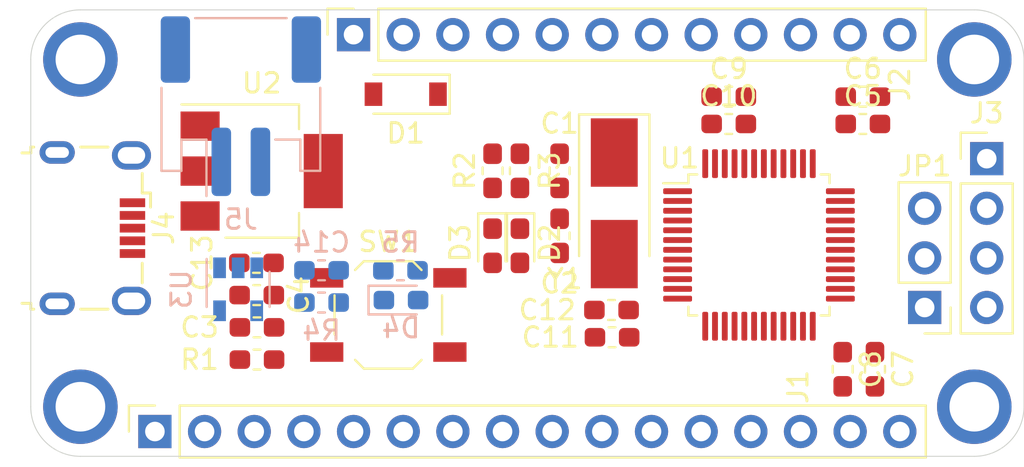
<source format=kicad_pcb>
(kicad_pcb (version 20171130) (host pcbnew "(5.1.5)-3")

  (general
    (thickness 1.6)
    (drawings 8)
    (tracks 4)
    (zones 0)
    (modules 34)
    (nets 41)
  )

  (page A4)
  (layers
    (0 F.Cu signal)
    (31 B.Cu signal)
    (32 B.Adhes user hide)
    (33 F.Adhes user hide)
    (34 B.Paste user hide)
    (35 F.Paste user hide)
    (36 B.SilkS user)
    (37 F.SilkS user)
    (38 B.Mask user)
    (39 F.Mask user)
    (40 Dwgs.User user hide)
    (41 Cmts.User user hide)
    (42 Eco1.User user hide)
    (43 Eco2.User user hide)
    (44 Edge.Cuts user)
    (45 Margin user hide)
    (46 B.CrtYd user hide)
    (47 F.CrtYd user hide)
    (48 B.Fab user hide)
    (49 F.Fab user hide)
  )

  (setup
    (last_trace_width 0.25)
    (trace_clearance 0.2)
    (zone_clearance 0.508)
    (zone_45_only no)
    (trace_min 0.2)
    (via_size 0.8)
    (via_drill 0.4)
    (via_min_size 0.4)
    (via_min_drill 0.3)
    (uvia_size 0.3)
    (uvia_drill 0.1)
    (uvias_allowed no)
    (uvia_min_size 0.2)
    (uvia_min_drill 0.1)
    (edge_width 0.05)
    (segment_width 0.2)
    (pcb_text_width 0.3)
    (pcb_text_size 1.5 1.5)
    (mod_edge_width 0.12)
    (mod_text_size 1 1)
    (mod_text_width 0.15)
    (pad_size 1.524 1.524)
    (pad_drill 0.762)
    (pad_to_mask_clearance 0.051)
    (solder_mask_min_width 0.25)
    (aux_axis_origin 0 0)
    (visible_elements 7FFFFFFF)
    (pcbplotparams
      (layerselection 0x010fc_ffffffff)
      (usegerberextensions false)
      (usegerberattributes false)
      (usegerberadvancedattributes false)
      (creategerberjobfile false)
      (excludeedgelayer true)
      (linewidth 0.100000)
      (plotframeref false)
      (viasonmask false)
      (mode 1)
      (useauxorigin false)
      (hpglpennumber 1)
      (hpglpenspeed 20)
      (hpglpendiameter 15.000000)
      (psnegative false)
      (psa4output false)
      (plotreference true)
      (plotvalue true)
      (plotinvisibletext false)
      (padsonsilk false)
      (subtractmaskfromsilk false)
      (outputformat 1)
      (mirror false)
      (drillshape 1)
      (scaleselection 1)
      (outputdirectory ""))
  )

  (net 0 "")
  (net 1 /tx)
  (net 2 /rx)
  (net 3 /mi)
  (net 4 /mo)
  (net 5 /sck)
  (net 6 /gnd)
  (net 7 /3vo)
  (net 8 /sda)
  (net 9 /scl)
  (net 10 /usb)
  (net 11 /bat)
  (net 12 /osc_out)
  (net 13 GND)
  (net 14 /osc_in)
  (net 15 /nrst)
  (net 16 /vref)
  (net 17 "Net-(D2-Pad1)")
  (net 18 "Net-(D3-Pad1)")
  (net 19 /a5)
  (net 20 /a4)
  (net 21 /a3)
  (net 22 /a2)
  (net 23 /a1)
  (net 24 /a0)
  (net 25 /swdio)
  (net 26 /swclk)
  (net 27 /usb_dp)
  (net 28 /usb_dm)
  (net 29 "Net-(D4-Pad1)")
  (net 30 "Net-(R4-Pad1)")
  (net 31 "Net-(R5-Pad2)")
  (net 32 /boot)
  (net 33 /nss)
  (net 34 /pa7)
  (net 35 /pa6)
  (net 36 /pb11)
  (net 37 /pb10)
  (net 38 /pb9)
  (net 39 /pb8)
  (net 40 /pa8)

  (net_class Default "This is the default net class."
    (clearance 0.2)
    (trace_width 0.25)
    (via_dia 0.8)
    (via_drill 0.4)
    (uvia_dia 0.3)
    (uvia_drill 0.1)
    (add_net /3vo)
    (add_net /a0)
    (add_net /a1)
    (add_net /a2)
    (add_net /a3)
    (add_net /a4)
    (add_net /a5)
    (add_net /bat)
    (add_net /boot)
    (add_net /en)
    (add_net /gnd)
    (add_net /mi)
    (add_net /mo)
    (add_net /nrst)
    (add_net /nss)
    (add_net /osc_in)
    (add_net /osc_out)
    (add_net /pa6)
    (add_net /pa7)
    (add_net /pa8)
    (add_net /pb10)
    (add_net /pb11)
    (add_net /pb8)
    (add_net /pb9)
    (add_net /rst)
    (add_net /rx)
    (add_net /sck)
    (add_net /scl)
    (add_net /sda)
    (add_net /swclk)
    (add_net /swdio)
    (add_net /tx)
    (add_net /usb)
    (add_net /usb_dm)
    (add_net /usb_dp)
    (add_net /vref)
    (add_net GND)
    (add_net "Net-(D2-Pad1)")
    (add_net "Net-(D3-Pad1)")
    (add_net "Net-(D4-Pad1)")
    (add_net "Net-(J4-Pad4)")
    (add_net "Net-(R4-Pad1)")
    (add_net "Net-(R5-Pad2)")
    (add_net "Net-(U1-Pad1)")
    (add_net "Net-(U1-Pad18)")
    (add_net "Net-(U1-Pad19)")
    (add_net "Net-(U1-Pad2)")
    (add_net "Net-(U1-Pad20)")
    (add_net "Net-(U1-Pad38)")
    (add_net "Net-(U1-Pad39)")
    (add_net "Net-(U1-Pad40)")
    (add_net "Net-(U1-Pad41)")
    (add_net "Net-(U1-Pad5)")
    (add_net "Net-(U1-Pad6)")
  )

  (module Connector_PinHeader_2.54mm:PinHeader_1x03_P2.54mm_Vertical (layer F.Cu) (tedit 59FED5CC) (tstamp 5F3A6228)
    (at 172.72 91.44 180)
    (descr "Through hole straight pin header, 1x03, 2.54mm pitch, single row")
    (tags "Through hole pin header THT 1x03 2.54mm single row")
    (path /5F41960C)
    (fp_text reference JP1 (at 0 7.239) (layer F.SilkS)
      (effects (font (size 1 1) (thickness 0.15)))
    )
    (fp_text value Boot-select (at 0 7.41) (layer F.Fab)
      (effects (font (size 1 1) (thickness 0.15)))
    )
    (fp_text user %R (at 0 2.54 90) (layer F.Fab)
      (effects (font (size 1 1) (thickness 0.15)))
    )
    (fp_line (start 1.8 -1.8) (end -1.8 -1.8) (layer F.CrtYd) (width 0.05))
    (fp_line (start 1.8 6.85) (end 1.8 -1.8) (layer F.CrtYd) (width 0.05))
    (fp_line (start -1.8 6.85) (end 1.8 6.85) (layer F.CrtYd) (width 0.05))
    (fp_line (start -1.8 -1.8) (end -1.8 6.85) (layer F.CrtYd) (width 0.05))
    (fp_line (start -1.33 -1.33) (end 0 -1.33) (layer F.SilkS) (width 0.12))
    (fp_line (start -1.33 0) (end -1.33 -1.33) (layer F.SilkS) (width 0.12))
    (fp_line (start -1.33 1.27) (end 1.33 1.27) (layer F.SilkS) (width 0.12))
    (fp_line (start 1.33 1.27) (end 1.33 6.41) (layer F.SilkS) (width 0.12))
    (fp_line (start -1.33 1.27) (end -1.33 6.41) (layer F.SilkS) (width 0.12))
    (fp_line (start -1.33 6.41) (end 1.33 6.41) (layer F.SilkS) (width 0.12))
    (fp_line (start -1.27 -0.635) (end -0.635 -1.27) (layer F.Fab) (width 0.1))
    (fp_line (start -1.27 6.35) (end -1.27 -0.635) (layer F.Fab) (width 0.1))
    (fp_line (start 1.27 6.35) (end -1.27 6.35) (layer F.Fab) (width 0.1))
    (fp_line (start 1.27 -1.27) (end 1.27 6.35) (layer F.Fab) (width 0.1))
    (fp_line (start -0.635 -1.27) (end 1.27 -1.27) (layer F.Fab) (width 0.1))
    (pad 3 thru_hole oval (at 0 5.08 180) (size 1.7 1.7) (drill 1) (layers *.Cu *.Mask)
      (net 13 GND))
    (pad 2 thru_hole oval (at 0 2.54 180) (size 1.7 1.7) (drill 1) (layers *.Cu *.Mask)
      (net 32 /boot))
    (pad 1 thru_hole rect (at 0 0 180) (size 1.7 1.7) (drill 1) (layers *.Cu *.Mask)
      (net 7 /3vo))
    (model ${KISYS3DMOD}/Connector_PinHeader_2.54mm.3dshapes/PinHeader_1x03_P2.54mm_Vertical.wrl
      (at (xyz 0 0 0))
      (scale (xyz 1 1 1))
      (rotate (xyz 0 0 0))
    )
  )

  (module Package_TO_SOT_SMD:SOT-23-5 (layer B.Cu) (tedit 5A02FF57) (tstamp 5F3A5177)
    (at 137.607 90.508 270)
    (descr "5-pin SOT23 package")
    (tags SOT-23-5)
    (path /5F3A8C7F)
    (attr smd)
    (fp_text reference U3 (at 0 2.9 90) (layer B.SilkS)
      (effects (font (size 1 1) (thickness 0.15)) (justify mirror))
    )
    (fp_text value MCP73831-2-OT (at 0 -2.9 90) (layer B.Fab)
      (effects (font (size 1 1) (thickness 0.15)) (justify mirror))
    )
    (fp_line (start 0.9 1.55) (end 0.9 -1.55) (layer B.Fab) (width 0.1))
    (fp_line (start 0.9 -1.55) (end -0.9 -1.55) (layer B.Fab) (width 0.1))
    (fp_line (start -0.9 0.9) (end -0.9 -1.55) (layer B.Fab) (width 0.1))
    (fp_line (start 0.9 1.55) (end -0.25 1.55) (layer B.Fab) (width 0.1))
    (fp_line (start -0.9 0.9) (end -0.25 1.55) (layer B.Fab) (width 0.1))
    (fp_line (start -1.9 -1.8) (end -1.9 1.8) (layer B.CrtYd) (width 0.05))
    (fp_line (start 1.9 -1.8) (end -1.9 -1.8) (layer B.CrtYd) (width 0.05))
    (fp_line (start 1.9 1.8) (end 1.9 -1.8) (layer B.CrtYd) (width 0.05))
    (fp_line (start -1.9 1.8) (end 1.9 1.8) (layer B.CrtYd) (width 0.05))
    (fp_line (start 0.9 1.61) (end -1.55 1.61) (layer B.SilkS) (width 0.12))
    (fp_line (start -0.9 -1.61) (end 0.9 -1.61) (layer B.SilkS) (width 0.12))
    (fp_text user %R (at 0 0 180) (layer B.Fab)
      (effects (font (size 0.5 0.5) (thickness 0.075)) (justify mirror))
    )
    (pad 5 smd rect (at 1.1 0.95 270) (size 1.06 0.65) (layers B.Cu B.Paste B.Mask)
      (net 30 "Net-(R4-Pad1)"))
    (pad 4 smd rect (at 1.1 -0.95 270) (size 1.06 0.65) (layers B.Cu B.Paste B.Mask)
      (net 10 /usb))
    (pad 3 smd rect (at -1.1 -0.95 270) (size 1.06 0.65) (layers B.Cu B.Paste B.Mask)
      (net 11 /bat))
    (pad 2 smd rect (at -1.1 0 270) (size 1.06 0.65) (layers B.Cu B.Paste B.Mask)
      (net 13 GND))
    (pad 1 smd rect (at -1.1 0.95 270) (size 1.06 0.65) (layers B.Cu B.Paste B.Mask)
      (net 31 "Net-(R5-Pad2)"))
    (model ${KISYS3DMOD}/Package_TO_SOT_SMD.3dshapes/SOT-23-5.wrl
      (at (xyz 0 0 0))
      (scale (xyz 1 1 1))
      (rotate (xyz 0 0 0))
    )
  )

  (module Resistor_SMD:R_0603_1608Metric_Pad1.05x0.95mm_HandSolder (layer B.Cu) (tedit 5B301BBD) (tstamp 5F3AA9B9)
    (at 145.909 89.535 180)
    (descr "Resistor SMD 0603 (1608 Metric), square (rectangular) end terminal, IPC_7351 nominal with elongated pad for handsoldering. (Body size source: http://www.tortai-tech.com/upload/download/2011102023233369053.pdf), generated with kicad-footprint-generator")
    (tags "resistor handsolder")
    (path /5F3B0E73)
    (attr smd)
    (fp_text reference R5 (at 0 1.43) (layer B.SilkS)
      (effects (font (size 1 1) (thickness 0.15)) (justify mirror))
    )
    (fp_text value 2k2 (at 0 -1.43) (layer B.Fab)
      (effects (font (size 1 1) (thickness 0.15)) (justify mirror))
    )
    (fp_text user %R (at 0 0) (layer B.Fab)
      (effects (font (size 0.4 0.4) (thickness 0.06)) (justify mirror))
    )
    (fp_line (start 1.65 -0.73) (end -1.65 -0.73) (layer B.CrtYd) (width 0.05))
    (fp_line (start 1.65 0.73) (end 1.65 -0.73) (layer B.CrtYd) (width 0.05))
    (fp_line (start -1.65 0.73) (end 1.65 0.73) (layer B.CrtYd) (width 0.05))
    (fp_line (start -1.65 -0.73) (end -1.65 0.73) (layer B.CrtYd) (width 0.05))
    (fp_line (start -0.171267 -0.51) (end 0.171267 -0.51) (layer B.SilkS) (width 0.12))
    (fp_line (start -0.171267 0.51) (end 0.171267 0.51) (layer B.SilkS) (width 0.12))
    (fp_line (start 0.8 -0.4) (end -0.8 -0.4) (layer B.Fab) (width 0.1))
    (fp_line (start 0.8 0.4) (end 0.8 -0.4) (layer B.Fab) (width 0.1))
    (fp_line (start -0.8 0.4) (end 0.8 0.4) (layer B.Fab) (width 0.1))
    (fp_line (start -0.8 -0.4) (end -0.8 0.4) (layer B.Fab) (width 0.1))
    (pad 2 smd roundrect (at 0.875 0 180) (size 1.05 0.95) (layers B.Cu B.Paste B.Mask) (roundrect_rratio 0.25)
      (net 31 "Net-(R5-Pad2)"))
    (pad 1 smd roundrect (at -0.875 0 180) (size 1.05 0.95) (layers B.Cu B.Paste B.Mask) (roundrect_rratio 0.25)
      (net 29 "Net-(D4-Pad1)"))
    (model ${KISYS3DMOD}/Resistor_SMD.3dshapes/R_0603_1608Metric.wrl
      (at (xyz 0 0 0))
      (scale (xyz 1 1 1))
      (rotate (xyz 0 0 0))
    )
  )

  (module Resistor_SMD:R_0603_1608Metric_Pad1.05x0.95mm_HandSolder (layer B.Cu) (tedit 5B301BBD) (tstamp 5F3AA6F7)
    (at 141.873 91.186)
    (descr "Resistor SMD 0603 (1608 Metric), square (rectangular) end terminal, IPC_7351 nominal with elongated pad for handsoldering. (Body size source: http://www.tortai-tech.com/upload/download/2011102023233369053.pdf), generated with kicad-footprint-generator")
    (tags "resistor handsolder")
    (path /5F3C40E4)
    (attr smd)
    (fp_text reference R4 (at 0 1.43) (layer B.SilkS)
      (effects (font (size 1 1) (thickness 0.15)) (justify mirror))
    )
    (fp_text value 10k (at 0 -1.43) (layer B.Fab)
      (effects (font (size 1 1) (thickness 0.15)) (justify mirror))
    )
    (fp_text user %R (at 0 0) (layer B.Fab)
      (effects (font (size 0.4 0.4) (thickness 0.06)) (justify mirror))
    )
    (fp_line (start 1.65 -0.73) (end -1.65 -0.73) (layer B.CrtYd) (width 0.05))
    (fp_line (start 1.65 0.73) (end 1.65 -0.73) (layer B.CrtYd) (width 0.05))
    (fp_line (start -1.65 0.73) (end 1.65 0.73) (layer B.CrtYd) (width 0.05))
    (fp_line (start -1.65 -0.73) (end -1.65 0.73) (layer B.CrtYd) (width 0.05))
    (fp_line (start -0.171267 -0.51) (end 0.171267 -0.51) (layer B.SilkS) (width 0.12))
    (fp_line (start -0.171267 0.51) (end 0.171267 0.51) (layer B.SilkS) (width 0.12))
    (fp_line (start 0.8 -0.4) (end -0.8 -0.4) (layer B.Fab) (width 0.1))
    (fp_line (start 0.8 0.4) (end 0.8 -0.4) (layer B.Fab) (width 0.1))
    (fp_line (start -0.8 0.4) (end 0.8 0.4) (layer B.Fab) (width 0.1))
    (fp_line (start -0.8 -0.4) (end -0.8 0.4) (layer B.Fab) (width 0.1))
    (pad 2 smd roundrect (at 0.875 0) (size 1.05 0.95) (layers B.Cu B.Paste B.Mask) (roundrect_rratio 0.25)
      (net 13 GND))
    (pad 1 smd roundrect (at -0.875 0) (size 1.05 0.95) (layers B.Cu B.Paste B.Mask) (roundrect_rratio 0.25)
      (net 30 "Net-(R4-Pad1)"))
    (model ${KISYS3DMOD}/Resistor_SMD.3dshapes/R_0603_1608Metric.wrl
      (at (xyz 0 0 0))
      (scale (xyz 1 1 1))
      (rotate (xyz 0 0 0))
    )
  )

  (module Diode_SMD:D_0603_1608Metric_Pad1.05x0.95mm_HandSolder (layer B.Cu) (tedit 5B4B45C8) (tstamp 5F3AA985)
    (at 145.937 91.059)
    (descr "Diode SMD 0603 (1608 Metric), square (rectangular) end terminal, IPC_7351 nominal, (Body size source: http://www.tortai-tech.com/upload/download/2011102023233369053.pdf), generated with kicad-footprint-generator")
    (tags "diode handsolder")
    (path /5F3AF9A2)
    (attr smd)
    (fp_text reference D4 (at 0 1.43) (layer B.SilkS)
      (effects (font (size 1 1) (thickness 0.15)) (justify mirror))
    )
    (fp_text value Yellow (at 0 -1.43) (layer B.Fab)
      (effects (font (size 1 1) (thickness 0.15)) (justify mirror))
    )
    (fp_text user %R (at 0 0) (layer B.Fab)
      (effects (font (size 0.4 0.4) (thickness 0.06)) (justify mirror))
    )
    (fp_line (start 1.65 -0.73) (end -1.65 -0.73) (layer B.CrtYd) (width 0.05))
    (fp_line (start 1.65 0.73) (end 1.65 -0.73) (layer B.CrtYd) (width 0.05))
    (fp_line (start -1.65 0.73) (end 1.65 0.73) (layer B.CrtYd) (width 0.05))
    (fp_line (start -1.65 -0.73) (end -1.65 0.73) (layer B.CrtYd) (width 0.05))
    (fp_line (start -1.66 -0.735) (end 0.8 -0.735) (layer B.SilkS) (width 0.12))
    (fp_line (start -1.66 0.735) (end -1.66 -0.735) (layer B.SilkS) (width 0.12))
    (fp_line (start 0.8 0.735) (end -1.66 0.735) (layer B.SilkS) (width 0.12))
    (fp_line (start 0.8 -0.4) (end 0.8 0.4) (layer B.Fab) (width 0.1))
    (fp_line (start -0.8 -0.4) (end 0.8 -0.4) (layer B.Fab) (width 0.1))
    (fp_line (start -0.8 0.1) (end -0.8 -0.4) (layer B.Fab) (width 0.1))
    (fp_line (start -0.5 0.4) (end -0.8 0.1) (layer B.Fab) (width 0.1))
    (fp_line (start 0.8 0.4) (end -0.5 0.4) (layer B.Fab) (width 0.1))
    (pad 2 smd roundrect (at 0.875 0) (size 1.05 0.95) (layers B.Cu B.Paste B.Mask) (roundrect_rratio 0.25)
      (net 10 /usb))
    (pad 1 smd roundrect (at -0.875 0) (size 1.05 0.95) (layers B.Cu B.Paste B.Mask) (roundrect_rratio 0.25)
      (net 29 "Net-(D4-Pad1)"))
    (model ${KISYS3DMOD}/Diode_SMD.3dshapes/D_0603_1608Metric.wrl
      (at (xyz 0 0 0))
      (scale (xyz 1 1 1))
      (rotate (xyz 0 0 0))
    )
  )

  (module Capacitor_SMD:C_0603_1608Metric_Pad1.05x0.95mm_HandSolder (layer B.Cu) (tedit 5B301BBE) (tstamp 5F3AA6C7)
    (at 141.873 89.535 180)
    (descr "Capacitor SMD 0603 (1608 Metric), square (rectangular) end terminal, IPC_7351 nominal with elongated pad for handsoldering. (Body size source: http://www.tortai-tech.com/upload/download/2011102023233369053.pdf), generated with kicad-footprint-generator")
    (tags "capacitor handsolder")
    (path /5F3A9CA3)
    (attr smd)
    (fp_text reference C14 (at 0 1.43) (layer B.SilkS)
      (effects (font (size 1 1) (thickness 0.15)) (justify mirror))
    )
    (fp_text value 10u (at 0 -1.43) (layer B.Fab)
      (effects (font (size 1 1) (thickness 0.15)) (justify mirror))
    )
    (fp_text user %R (at 0 0) (layer B.Fab)
      (effects (font (size 0.4 0.4) (thickness 0.06)) (justify mirror))
    )
    (fp_line (start 1.65 -0.73) (end -1.65 -0.73) (layer B.CrtYd) (width 0.05))
    (fp_line (start 1.65 0.73) (end 1.65 -0.73) (layer B.CrtYd) (width 0.05))
    (fp_line (start -1.65 0.73) (end 1.65 0.73) (layer B.CrtYd) (width 0.05))
    (fp_line (start -1.65 -0.73) (end -1.65 0.73) (layer B.CrtYd) (width 0.05))
    (fp_line (start -0.171267 -0.51) (end 0.171267 -0.51) (layer B.SilkS) (width 0.12))
    (fp_line (start -0.171267 0.51) (end 0.171267 0.51) (layer B.SilkS) (width 0.12))
    (fp_line (start 0.8 -0.4) (end -0.8 -0.4) (layer B.Fab) (width 0.1))
    (fp_line (start 0.8 0.4) (end 0.8 -0.4) (layer B.Fab) (width 0.1))
    (fp_line (start -0.8 0.4) (end 0.8 0.4) (layer B.Fab) (width 0.1))
    (fp_line (start -0.8 -0.4) (end -0.8 0.4) (layer B.Fab) (width 0.1))
    (pad 2 smd roundrect (at 0.875 0 180) (size 1.05 0.95) (layers B.Cu B.Paste B.Mask) (roundrect_rratio 0.25)
      (net 11 /bat))
    (pad 1 smd roundrect (at -0.875 0 180) (size 1.05 0.95) (layers B.Cu B.Paste B.Mask) (roundrect_rratio 0.25)
      (net 13 GND))
    (model ${KISYS3DMOD}/Capacitor_SMD.3dshapes/C_0603_1608Metric.wrl
      (at (xyz 0 0 0))
      (scale (xyz 1 1 1))
      (rotate (xyz 0 0 0))
    )
  )

  (module Connector_JST:JST_PH_S2B-PH-SM4-TB_1x02-1MP_P2.00mm_Horizontal (layer B.Cu) (tedit 5B78AD87) (tstamp 5F3A3069)
    (at 137.747 81.132)
    (descr "JST PH series connector, S2B-PH-SM4-TB (http://www.jst-mfg.com/product/pdf/eng/ePH.pdf), generated with kicad-footprint-generator")
    (tags "connector JST PH top entry")
    (path /5F3A21F3)
    (attr smd)
    (fp_text reference J5 (at 0 5.8) (layer B.SilkS)
      (effects (font (size 1 1) (thickness 0.15)) (justify mirror))
    )
    (fp_text value JST-LiPo-conn (at 0 -5.8) (layer B.Fab)
      (effects (font (size 1 1) (thickness 0.15)) (justify mirror))
    )
    (fp_text user %R (at 0 -1.5) (layer B.Fab)
      (effects (font (size 1 1) (thickness 0.15)) (justify mirror))
    )
    (fp_line (start -1 0.892893) (end -0.5 1.6) (layer B.Fab) (width 0.1))
    (fp_line (start -1.5 1.6) (end -1 0.892893) (layer B.Fab) (width 0.1))
    (fp_line (start 4.6 5.1) (end -4.6 5.1) (layer B.CrtYd) (width 0.05))
    (fp_line (start 4.6 -5.1) (end 4.6 5.1) (layer B.CrtYd) (width 0.05))
    (fp_line (start -4.6 -5.1) (end 4.6 -5.1) (layer B.CrtYd) (width 0.05))
    (fp_line (start -4.6 5.1) (end -4.6 -5.1) (layer B.CrtYd) (width 0.05))
    (fp_line (start 3.95 3.2) (end 3.95 -4.4) (layer B.Fab) (width 0.1))
    (fp_line (start -3.95 3.2) (end -3.95 -4.4) (layer B.Fab) (width 0.1))
    (fp_line (start -3.95 -4.4) (end 3.95 -4.4) (layer B.Fab) (width 0.1))
    (fp_line (start -2.34 -4.51) (end 2.34 -4.51) (layer B.SilkS) (width 0.12))
    (fp_line (start 3.04 1.71) (end 1.76 1.71) (layer B.SilkS) (width 0.12))
    (fp_line (start 3.04 3.31) (end 3.04 1.71) (layer B.SilkS) (width 0.12))
    (fp_line (start 4.06 3.31) (end 3.04 3.31) (layer B.SilkS) (width 0.12))
    (fp_line (start 4.06 -0.94) (end 4.06 3.31) (layer B.SilkS) (width 0.12))
    (fp_line (start -1.76 1.71) (end -1.76 4.6) (layer B.SilkS) (width 0.12))
    (fp_line (start -3.04 1.71) (end -1.76 1.71) (layer B.SilkS) (width 0.12))
    (fp_line (start -3.04 3.31) (end -3.04 1.71) (layer B.SilkS) (width 0.12))
    (fp_line (start -4.06 3.31) (end -3.04 3.31) (layer B.SilkS) (width 0.12))
    (fp_line (start -4.06 -0.94) (end -4.06 3.31) (layer B.SilkS) (width 0.12))
    (fp_line (start 3.15 3.2) (end 3.95 3.2) (layer B.Fab) (width 0.1))
    (fp_line (start 3.15 1.6) (end 3.15 3.2) (layer B.Fab) (width 0.1))
    (fp_line (start -3.15 1.6) (end 3.15 1.6) (layer B.Fab) (width 0.1))
    (fp_line (start -3.15 3.2) (end -3.15 1.6) (layer B.Fab) (width 0.1))
    (fp_line (start -3.95 3.2) (end -3.15 3.2) (layer B.Fab) (width 0.1))
    (pad MP smd roundrect (at 3.35 -2.9) (size 1.5 3.4) (layers B.Cu B.Paste B.Mask) (roundrect_rratio 0.166667))
    (pad MP smd roundrect (at -3.35 -2.9) (size 1.5 3.4) (layers B.Cu B.Paste B.Mask) (roundrect_rratio 0.166667))
    (pad 2 smd roundrect (at 1 2.85) (size 1 3.5) (layers B.Cu B.Paste B.Mask) (roundrect_rratio 0.25)
      (net 11 /bat))
    (pad 1 smd roundrect (at -1 2.85) (size 1 3.5) (layers B.Cu B.Paste B.Mask) (roundrect_rratio 0.25)
      (net 13 GND))
    (model ${KISYS3DMOD}/Connector_JST.3dshapes/JST_PH_S2B-PH-SM4-TB_1x02-1MP_P2.00mm_Horizontal.wrl
      (at (xyz 0 0 0))
      (scale (xyz 1 1 1))
      (rotate (xyz 0 0 0))
    )
  )

  (module Diode_SMD:D_SOD-123 (layer F.Cu) (tedit 58645DC7) (tstamp 5F3A148B)
    (at 146.178 80.518 180)
    (descr SOD-123)
    (tags SOD-123)
    (path /5F3C984B)
    (attr smd)
    (fp_text reference D1 (at 0 -2) (layer F.SilkS)
      (effects (font (size 1 1) (thickness 0.15)))
    )
    (fp_text value B5819W (at 0 2.1) (layer F.Fab)
      (effects (font (size 1 1) (thickness 0.15)))
    )
    (fp_line (start -2.25 -1) (end 1.65 -1) (layer F.SilkS) (width 0.12))
    (fp_line (start -2.25 1) (end 1.65 1) (layer F.SilkS) (width 0.12))
    (fp_line (start -2.35 -1.15) (end -2.35 1.15) (layer F.CrtYd) (width 0.05))
    (fp_line (start 2.35 1.15) (end -2.35 1.15) (layer F.CrtYd) (width 0.05))
    (fp_line (start 2.35 -1.15) (end 2.35 1.15) (layer F.CrtYd) (width 0.05))
    (fp_line (start -2.35 -1.15) (end 2.35 -1.15) (layer F.CrtYd) (width 0.05))
    (fp_line (start -1.4 -0.9) (end 1.4 -0.9) (layer F.Fab) (width 0.1))
    (fp_line (start 1.4 -0.9) (end 1.4 0.9) (layer F.Fab) (width 0.1))
    (fp_line (start 1.4 0.9) (end -1.4 0.9) (layer F.Fab) (width 0.1))
    (fp_line (start -1.4 0.9) (end -1.4 -0.9) (layer F.Fab) (width 0.1))
    (fp_line (start -0.75 0) (end -0.35 0) (layer F.Fab) (width 0.1))
    (fp_line (start -0.35 0) (end -0.35 -0.55) (layer F.Fab) (width 0.1))
    (fp_line (start -0.35 0) (end -0.35 0.55) (layer F.Fab) (width 0.1))
    (fp_line (start -0.35 0) (end 0.25 -0.4) (layer F.Fab) (width 0.1))
    (fp_line (start 0.25 -0.4) (end 0.25 0.4) (layer F.Fab) (width 0.1))
    (fp_line (start 0.25 0.4) (end -0.35 0) (layer F.Fab) (width 0.1))
    (fp_line (start 0.25 0) (end 0.75 0) (layer F.Fab) (width 0.1))
    (fp_line (start -2.25 -1) (end -2.25 1) (layer F.SilkS) (width 0.12))
    (fp_text user %R (at 0 -2) (layer F.Fab)
      (effects (font (size 1 1) (thickness 0.15)))
    )
    (pad 2 smd rect (at 1.65 0 180) (size 0.9 1.2) (layers F.Cu F.Paste F.Mask)
      (net 11 /bat))
    (pad 1 smd rect (at -1.65 0 180) (size 0.9 1.2) (layers F.Cu F.Paste F.Mask)
      (net 10 /usb))
    (model ${KISYS3DMOD}/Diode_SMD.3dshapes/D_SOD-123.wrl
      (at (xyz 0 0 0))
      (scale (xyz 1 1 1))
      (rotate (xyz 0 0 0))
    )
  )

  (module Connector_USB:USB_Micro-B_Wuerth_629105150521 (layer F.Cu) (tedit 5A142044) (tstamp 5F3A0CC0)
    (at 130.302 87.376 270)
    (descr "USB Micro-B receptacle, http://www.mouser.com/ds/2/445/629105150521-469306.pdf")
    (tags "usb micro receptacle")
    (path /5F3E3D6D)
    (attr smd)
    (fp_text reference J4 (at 0 -3.5 90) (layer F.SilkS)
      (effects (font (size 1 1) (thickness 0.15)))
    )
    (fp_text value USB_B_Micro (at 0 5.6 90) (layer F.Fab)
      (effects (font (size 1 1) (thickness 0.15)))
    )
    (fp_text user "PCB Edge" (at 0 3.75 90) (layer Dwgs.User)
      (effects (font (size 0.5 0.5) (thickness 0.08)))
    )
    (fp_text user %R (at 0 1.05 90) (layer F.Fab)
      (effects (font (size 1 1) (thickness 0.15)))
    )
    (fp_line (start 4.95 -3.34) (end -4.94 -3.34) (layer F.CrtYd) (width 0.05))
    (fp_line (start 4.95 4.85) (end 4.95 -3.34) (layer F.CrtYd) (width 0.05))
    (fp_line (start -4.94 4.85) (end 4.95 4.85) (layer F.CrtYd) (width 0.05))
    (fp_line (start -4.94 -3.34) (end -4.94 4.85) (layer F.CrtYd) (width 0.05))
    (fp_line (start 1.8 -2.4) (end 2.8 -2.4) (layer F.SilkS) (width 0.15))
    (fp_line (start -1.8 -2.4) (end -2.8 -2.4) (layer F.SilkS) (width 0.15))
    (fp_line (start -1.8 -2.825) (end -1.8 -2.4) (layer F.SilkS) (width 0.15))
    (fp_line (start -1.075 -2.825) (end -1.8 -2.825) (layer F.SilkS) (width 0.15))
    (fp_line (start 4.15 0.75) (end 4.15 -0.65) (layer F.SilkS) (width 0.15))
    (fp_line (start 4.15 3.3) (end 4.15 3.15) (layer F.SilkS) (width 0.15))
    (fp_line (start 3.85 3.3) (end 4.15 3.3) (layer F.SilkS) (width 0.15))
    (fp_line (start 3.85 3.75) (end 3.85 3.3) (layer F.SilkS) (width 0.15))
    (fp_line (start -3.85 3.3) (end -3.85 3.75) (layer F.SilkS) (width 0.15))
    (fp_line (start -4.15 3.3) (end -3.85 3.3) (layer F.SilkS) (width 0.15))
    (fp_line (start -4.15 3.15) (end -4.15 3.3) (layer F.SilkS) (width 0.15))
    (fp_line (start -4.15 -0.65) (end -4.15 0.75) (layer F.SilkS) (width 0.15))
    (fp_line (start -1.075 -2.95) (end -1.075 -2.725) (layer F.Fab) (width 0.15))
    (fp_line (start -1.525 -2.95) (end -1.075 -2.95) (layer F.Fab) (width 0.15))
    (fp_line (start -1.525 -2.725) (end -1.525 -2.95) (layer F.Fab) (width 0.15))
    (fp_line (start -1.3 -2.55) (end -1.525 -2.725) (layer F.Fab) (width 0.15))
    (fp_line (start -1.075 -2.725) (end -1.3 -2.55) (layer F.Fab) (width 0.15))
    (fp_line (start -2.7 3.75) (end 2.7 3.75) (layer F.Fab) (width 0.15))
    (fp_line (start 4 -2.25) (end -4 -2.25) (layer F.Fab) (width 0.15))
    (fp_line (start 4 3.15) (end 4 -2.25) (layer F.Fab) (width 0.15))
    (fp_line (start 3.7 3.15) (end 4 3.15) (layer F.Fab) (width 0.15))
    (fp_line (start 3.7 4.35) (end 3.7 3.15) (layer F.Fab) (width 0.15))
    (fp_line (start -3.7 4.35) (end 3.7 4.35) (layer F.Fab) (width 0.15))
    (fp_line (start -3.7 3.15) (end -3.7 4.35) (layer F.Fab) (width 0.15))
    (fp_line (start -4 3.15) (end -3.7 3.15) (layer F.Fab) (width 0.15))
    (fp_line (start -4 -2.25) (end -4 3.15) (layer F.Fab) (width 0.15))
    (pad "" np_thru_hole oval (at 2.5 -0.8 270) (size 0.8 0.8) (drill 0.8) (layers *.Cu *.Mask))
    (pad "" np_thru_hole oval (at -2.5 -0.8 270) (size 0.8 0.8) (drill 0.8) (layers *.Cu *.Mask))
    (pad 6 thru_hole oval (at 3.875 1.95 270) (size 1.15 1.8) (drill oval 0.55 1.2) (layers *.Cu *.Mask)
      (net 13 GND))
    (pad 6 thru_hole oval (at -3.875 1.95 270) (size 1.15 1.8) (drill oval 0.55 1.2) (layers *.Cu *.Mask)
      (net 13 GND))
    (pad 6 thru_hole oval (at 3.725 -1.85 270) (size 1.45 2) (drill oval 0.85 1.4) (layers *.Cu *.Mask)
      (net 13 GND))
    (pad 6 thru_hole oval (at -3.725 -1.85 270) (size 1.45 2) (drill oval 0.85 1.4) (layers *.Cu *.Mask)
      (net 13 GND))
    (pad 5 smd rect (at 1.3 -1.9 270) (size 0.45 1.3) (layers F.Cu F.Paste F.Mask)
      (net 13 GND))
    (pad 4 smd rect (at 0.65 -1.9 270) (size 0.45 1.3) (layers F.Cu F.Paste F.Mask))
    (pad 3 smd rect (at 0 -1.9 270) (size 0.45 1.3) (layers F.Cu F.Paste F.Mask)
      (net 27 /usb_dp))
    (pad 2 smd rect (at -0.65 -1.9 270) (size 0.45 1.3) (layers F.Cu F.Paste F.Mask)
      (net 28 /usb_dm))
    (pad 1 smd rect (at -1.3 -1.9 270) (size 0.45 1.3) (layers F.Cu F.Paste F.Mask)
      (net 10 /usb))
    (model ${KISYS3DMOD}/Connector_USB.3dshapes/USB_Micro-B_Wuerth_629105150521.wrl
      (at (xyz 0 0 0))
      (scale (xyz 1 1 1))
      (rotate (xyz 0 0 0))
    )
  )

  (module Connector_PinHeader_2.54mm:PinHeader_1x04_P2.54mm_Vertical (layer F.Cu) (tedit 59FED5CC) (tstamp 5F39FC3C)
    (at 175.895 83.82)
    (descr "Through hole straight pin header, 1x04, 2.54mm pitch, single row")
    (tags "Through hole pin header THT 1x04 2.54mm single row")
    (path /5F3DFE1D)
    (fp_text reference J3 (at 0 -2.33) (layer F.SilkS)
      (effects (font (size 1 1) (thickness 0.15)))
    )
    (fp_text value Debug-conn (at 0 9.95) (layer F.Fab)
      (effects (font (size 1 1) (thickness 0.15)))
    )
    (fp_text user %R (at 0 3.81 90) (layer F.Fab)
      (effects (font (size 1 1) (thickness 0.15)))
    )
    (fp_line (start 1.8 -1.8) (end -1.8 -1.8) (layer F.CrtYd) (width 0.05))
    (fp_line (start 1.8 9.4) (end 1.8 -1.8) (layer F.CrtYd) (width 0.05))
    (fp_line (start -1.8 9.4) (end 1.8 9.4) (layer F.CrtYd) (width 0.05))
    (fp_line (start -1.8 -1.8) (end -1.8 9.4) (layer F.CrtYd) (width 0.05))
    (fp_line (start -1.33 -1.33) (end 0 -1.33) (layer F.SilkS) (width 0.12))
    (fp_line (start -1.33 0) (end -1.33 -1.33) (layer F.SilkS) (width 0.12))
    (fp_line (start -1.33 1.27) (end 1.33 1.27) (layer F.SilkS) (width 0.12))
    (fp_line (start 1.33 1.27) (end 1.33 8.95) (layer F.SilkS) (width 0.12))
    (fp_line (start -1.33 1.27) (end -1.33 8.95) (layer F.SilkS) (width 0.12))
    (fp_line (start -1.33 8.95) (end 1.33 8.95) (layer F.SilkS) (width 0.12))
    (fp_line (start -1.27 -0.635) (end -0.635 -1.27) (layer F.Fab) (width 0.1))
    (fp_line (start -1.27 8.89) (end -1.27 -0.635) (layer F.Fab) (width 0.1))
    (fp_line (start 1.27 8.89) (end -1.27 8.89) (layer F.Fab) (width 0.1))
    (fp_line (start 1.27 -1.27) (end 1.27 8.89) (layer F.Fab) (width 0.1))
    (fp_line (start -0.635 -1.27) (end 1.27 -1.27) (layer F.Fab) (width 0.1))
    (pad 4 thru_hole oval (at 0 7.62) (size 1.7 1.7) (drill 1) (layers *.Cu *.Mask)
      (net 7 /3vo))
    (pad 3 thru_hole oval (at 0 5.08) (size 1.7 1.7) (drill 1) (layers *.Cu *.Mask)
      (net 26 /swclk))
    (pad 2 thru_hole oval (at 0 2.54) (size 1.7 1.7) (drill 1) (layers *.Cu *.Mask)
      (net 6 /gnd))
    (pad 1 thru_hole rect (at 0 0) (size 1.7 1.7) (drill 1) (layers *.Cu *.Mask)
      (net 25 /swdio))
    (model ${KISYS3DMOD}/Connector_PinHeader_2.54mm.3dshapes/PinHeader_1x04_P2.54mm_Vertical.wrl
      (at (xyz 0 0 0))
      (scale (xyz 1 1 1))
      (rotate (xyz 0 0 0))
    )
  )

  (module Resistor_SMD:R_0603_1608Metric_Pad1.05x0.95mm_HandSolder (layer F.Cu) (tedit 5B301BBD) (tstamp 5F3ABBA9)
    (at 152.019 84.441 90)
    (descr "Resistor SMD 0603 (1608 Metric), square (rectangular) end terminal, IPC_7351 nominal with elongated pad for handsoldering. (Body size source: http://www.tortai-tech.com/upload/download/2011102023233369053.pdf), generated with kicad-footprint-generator")
    (tags "resistor handsolder")
    (path /5F3D2DD9)
    (attr smd)
    (fp_text reference R3 (at 0 1.524 90) (layer F.SilkS)
      (effects (font (size 1 1) (thickness 0.15)))
    )
    (fp_text value 2k2 (at 0 1.43 90) (layer F.Fab)
      (effects (font (size 1 1) (thickness 0.15)))
    )
    (fp_text user %R (at 0 0 90) (layer F.Fab)
      (effects (font (size 0.4 0.4) (thickness 0.06)))
    )
    (fp_line (start 1.65 0.73) (end -1.65 0.73) (layer F.CrtYd) (width 0.05))
    (fp_line (start 1.65 -0.73) (end 1.65 0.73) (layer F.CrtYd) (width 0.05))
    (fp_line (start -1.65 -0.73) (end 1.65 -0.73) (layer F.CrtYd) (width 0.05))
    (fp_line (start -1.65 0.73) (end -1.65 -0.73) (layer F.CrtYd) (width 0.05))
    (fp_line (start -0.171267 0.51) (end 0.171267 0.51) (layer F.SilkS) (width 0.12))
    (fp_line (start -0.171267 -0.51) (end 0.171267 -0.51) (layer F.SilkS) (width 0.12))
    (fp_line (start 0.8 0.4) (end -0.8 0.4) (layer F.Fab) (width 0.1))
    (fp_line (start 0.8 -0.4) (end 0.8 0.4) (layer F.Fab) (width 0.1))
    (fp_line (start -0.8 -0.4) (end 0.8 -0.4) (layer F.Fab) (width 0.1))
    (fp_line (start -0.8 0.4) (end -0.8 -0.4) (layer F.Fab) (width 0.1))
    (pad 2 smd roundrect (at 0.875 0 90) (size 1.05 0.95) (layers F.Cu F.Paste F.Mask) (roundrect_rratio 0.25)
      (net 13 GND))
    (pad 1 smd roundrect (at -0.875 0 90) (size 1.05 0.95) (layers F.Cu F.Paste F.Mask) (roundrect_rratio 0.25)
      (net 18 "Net-(D3-Pad1)"))
    (model ${KISYS3DMOD}/Resistor_SMD.3dshapes/R_0603_1608Metric.wrl
      (at (xyz 0 0 0))
      (scale (xyz 1 1 1))
      (rotate (xyz 0 0 0))
    )
  )

  (module Resistor_SMD:R_0603_1608Metric_Pad1.05x0.95mm_HandSolder (layer F.Cu) (tedit 5B301BBD) (tstamp 5F3ABAAD)
    (at 150.622 84.441 90)
    (descr "Resistor SMD 0603 (1608 Metric), square (rectangular) end terminal, IPC_7351 nominal with elongated pad for handsoldering. (Body size source: http://www.tortai-tech.com/upload/download/2011102023233369053.pdf), generated with kicad-footprint-generator")
    (tags "resistor handsolder")
    (path /5F3D1C35)
    (attr smd)
    (fp_text reference R2 (at 0 -1.43 90) (layer F.SilkS)
      (effects (font (size 1 1) (thickness 0.15)))
    )
    (fp_text value 2k2 (at 0 1.43 90) (layer F.Fab)
      (effects (font (size 1 1) (thickness 0.15)))
    )
    (fp_text user %R (at 0 0 90) (layer F.Fab)
      (effects (font (size 0.4 0.4) (thickness 0.06)))
    )
    (fp_line (start 1.65 0.73) (end -1.65 0.73) (layer F.CrtYd) (width 0.05))
    (fp_line (start 1.65 -0.73) (end 1.65 0.73) (layer F.CrtYd) (width 0.05))
    (fp_line (start -1.65 -0.73) (end 1.65 -0.73) (layer F.CrtYd) (width 0.05))
    (fp_line (start -1.65 0.73) (end -1.65 -0.73) (layer F.CrtYd) (width 0.05))
    (fp_line (start -0.171267 0.51) (end 0.171267 0.51) (layer F.SilkS) (width 0.12))
    (fp_line (start -0.171267 -0.51) (end 0.171267 -0.51) (layer F.SilkS) (width 0.12))
    (fp_line (start 0.8 0.4) (end -0.8 0.4) (layer F.Fab) (width 0.1))
    (fp_line (start 0.8 -0.4) (end 0.8 0.4) (layer F.Fab) (width 0.1))
    (fp_line (start -0.8 -0.4) (end 0.8 -0.4) (layer F.Fab) (width 0.1))
    (fp_line (start -0.8 0.4) (end -0.8 -0.4) (layer F.Fab) (width 0.1))
    (pad 2 smd roundrect (at 0.875 0 90) (size 1.05 0.95) (layers F.Cu F.Paste F.Mask) (roundrect_rratio 0.25)
      (net 40 /pa8))
    (pad 1 smd roundrect (at -0.875 0 90) (size 1.05 0.95) (layers F.Cu F.Paste F.Mask) (roundrect_rratio 0.25)
      (net 17 "Net-(D2-Pad1)"))
    (model ${KISYS3DMOD}/Resistor_SMD.3dshapes/R_0603_1608Metric.wrl
      (at (xyz 0 0 0))
      (scale (xyz 1 1 1))
      (rotate (xyz 0 0 0))
    )
  )

  (module Resistor_SMD:R_0603_1608Metric_Pad1.05x0.95mm_HandSolder (layer F.Cu) (tedit 5B301BBD) (tstamp 5F3AB285)
    (at 138.571 94.107)
    (descr "Resistor SMD 0603 (1608 Metric), square (rectangular) end terminal, IPC_7351 nominal with elongated pad for handsoldering. (Body size source: http://www.tortai-tech.com/upload/download/2011102023233369053.pdf), generated with kicad-footprint-generator")
    (tags "resistor handsolder")
    (path /5F3DD284)
    (attr smd)
    (fp_text reference R1 (at -2.935 0) (layer F.SilkS)
      (effects (font (size 1 1) (thickness 0.15)))
    )
    (fp_text value 0 (at 0 1.43) (layer F.Fab)
      (effects (font (size 1 1) (thickness 0.15)))
    )
    (fp_text user %R (at 0 0) (layer F.Fab)
      (effects (font (size 0.4 0.4) (thickness 0.06)))
    )
    (fp_line (start 1.65 0.73) (end -1.65 0.73) (layer F.CrtYd) (width 0.05))
    (fp_line (start 1.65 -0.73) (end 1.65 0.73) (layer F.CrtYd) (width 0.05))
    (fp_line (start -1.65 -0.73) (end 1.65 -0.73) (layer F.CrtYd) (width 0.05))
    (fp_line (start -1.65 0.73) (end -1.65 -0.73) (layer F.CrtYd) (width 0.05))
    (fp_line (start -0.171267 0.51) (end 0.171267 0.51) (layer F.SilkS) (width 0.12))
    (fp_line (start -0.171267 -0.51) (end 0.171267 -0.51) (layer F.SilkS) (width 0.12))
    (fp_line (start 0.8 0.4) (end -0.8 0.4) (layer F.Fab) (width 0.1))
    (fp_line (start 0.8 -0.4) (end 0.8 0.4) (layer F.Fab) (width 0.1))
    (fp_line (start -0.8 -0.4) (end 0.8 -0.4) (layer F.Fab) (width 0.1))
    (fp_line (start -0.8 0.4) (end -0.8 -0.4) (layer F.Fab) (width 0.1))
    (pad 2 smd roundrect (at 0.875 0) (size 1.05 0.95) (layers F.Cu F.Paste F.Mask) (roundrect_rratio 0.25)
      (net 16 /vref))
    (pad 1 smd roundrect (at -0.875 0) (size 1.05 0.95) (layers F.Cu F.Paste F.Mask) (roundrect_rratio 0.25)
      (net 7 /3vo))
    (model ${KISYS3DMOD}/Resistor_SMD.3dshapes/R_0603_1608Metric.wrl
      (at (xyz 0 0 0))
      (scale (xyz 1 1 1))
      (rotate (xyz 0 0 0))
    )
  )

  (module Diode_SMD:D_0603_1608Metric_Pad1.05x0.95mm_HandSolder (layer F.Cu) (tedit 5B4B45C8) (tstamp 5F3ABADF)
    (at 152.019 88.279 270)
    (descr "Diode SMD 0603 (1608 Metric), square (rectangular) end terminal, IPC_7351 nominal, (Body size source: http://www.tortai-tech.com/upload/download/2011102023233369053.pdf), generated with kicad-footprint-generator")
    (tags "diode handsolder")
    (path /5F3D0423)
    (attr smd)
    (fp_text reference D3 (at -0.141 3.048 90) (layer F.SilkS)
      (effects (font (size 1 1) (thickness 0.15)))
    )
    (fp_text value Red (at 0 1.43 90) (layer F.Fab)
      (effects (font (size 1 1) (thickness 0.15)))
    )
    (fp_text user %R (at 0 0 90) (layer F.Fab)
      (effects (font (size 0.4 0.4) (thickness 0.06)))
    )
    (fp_line (start 1.65 0.73) (end -1.65 0.73) (layer F.CrtYd) (width 0.05))
    (fp_line (start 1.65 -0.73) (end 1.65 0.73) (layer F.CrtYd) (width 0.05))
    (fp_line (start -1.65 -0.73) (end 1.65 -0.73) (layer F.CrtYd) (width 0.05))
    (fp_line (start -1.65 0.73) (end -1.65 -0.73) (layer F.CrtYd) (width 0.05))
    (fp_line (start -1.66 0.735) (end 0.8 0.735) (layer F.SilkS) (width 0.12))
    (fp_line (start -1.66 -0.735) (end -1.66 0.735) (layer F.SilkS) (width 0.12))
    (fp_line (start 0.8 -0.735) (end -1.66 -0.735) (layer F.SilkS) (width 0.12))
    (fp_line (start 0.8 0.4) (end 0.8 -0.4) (layer F.Fab) (width 0.1))
    (fp_line (start -0.8 0.4) (end 0.8 0.4) (layer F.Fab) (width 0.1))
    (fp_line (start -0.8 -0.1) (end -0.8 0.4) (layer F.Fab) (width 0.1))
    (fp_line (start -0.5 -0.4) (end -0.8 -0.1) (layer F.Fab) (width 0.1))
    (fp_line (start 0.8 -0.4) (end -0.5 -0.4) (layer F.Fab) (width 0.1))
    (pad 2 smd roundrect (at 0.875 0 270) (size 1.05 0.95) (layers F.Cu F.Paste F.Mask) (roundrect_rratio 0.25)
      (net 7 /3vo))
    (pad 1 smd roundrect (at -0.875 0 270) (size 1.05 0.95) (layers F.Cu F.Paste F.Mask) (roundrect_rratio 0.25)
      (net 18 "Net-(D3-Pad1)"))
    (model ${KISYS3DMOD}/Diode_SMD.3dshapes/D_0603_1608Metric.wrl
      (at (xyz 0 0 0))
      (scale (xyz 1 1 1))
      (rotate (xyz 0 0 0))
    )
  )

  (module Diode_SMD:D_0603_1608Metric_Pad1.05x0.95mm_HandSolder (layer F.Cu) (tedit 5B4B45C8) (tstamp 5F3ABB15)
    (at 150.622 88.279 270)
    (descr "Diode SMD 0603 (1608 Metric), square (rectangular) end terminal, IPC_7351 nominal, (Body size source: http://www.tortai-tech.com/upload/download/2011102023233369053.pdf), generated with kicad-footprint-generator")
    (tags "diode handsolder")
    (path /5F3D12E7)
    (attr smd)
    (fp_text reference D2 (at -0.141 -2.921 90) (layer F.SilkS)
      (effects (font (size 1 1) (thickness 0.15)))
    )
    (fp_text value Blue (at 0 1.43 90) (layer F.Fab)
      (effects (font (size 1 1) (thickness 0.15)))
    )
    (fp_text user %R (at 0 0 90) (layer F.Fab)
      (effects (font (size 0.4 0.4) (thickness 0.06)))
    )
    (fp_line (start 1.65 0.73) (end -1.65 0.73) (layer F.CrtYd) (width 0.05))
    (fp_line (start 1.65 -0.73) (end 1.65 0.73) (layer F.CrtYd) (width 0.05))
    (fp_line (start -1.65 -0.73) (end 1.65 -0.73) (layer F.CrtYd) (width 0.05))
    (fp_line (start -1.65 0.73) (end -1.65 -0.73) (layer F.CrtYd) (width 0.05))
    (fp_line (start -1.66 0.735) (end 0.8 0.735) (layer F.SilkS) (width 0.12))
    (fp_line (start -1.66 -0.735) (end -1.66 0.735) (layer F.SilkS) (width 0.12))
    (fp_line (start 0.8 -0.735) (end -1.66 -0.735) (layer F.SilkS) (width 0.12))
    (fp_line (start 0.8 0.4) (end 0.8 -0.4) (layer F.Fab) (width 0.1))
    (fp_line (start -0.8 0.4) (end 0.8 0.4) (layer F.Fab) (width 0.1))
    (fp_line (start -0.8 -0.1) (end -0.8 0.4) (layer F.Fab) (width 0.1))
    (fp_line (start -0.5 -0.4) (end -0.8 -0.1) (layer F.Fab) (width 0.1))
    (fp_line (start 0.8 -0.4) (end -0.5 -0.4) (layer F.Fab) (width 0.1))
    (pad 2 smd roundrect (at 0.875 0 270) (size 1.05 0.95) (layers F.Cu F.Paste F.Mask) (roundrect_rratio 0.25)
      (net 7 /3vo))
    (pad 1 smd roundrect (at -0.875 0 270) (size 1.05 0.95) (layers F.Cu F.Paste F.Mask) (roundrect_rratio 0.25)
      (net 17 "Net-(D2-Pad1)"))
    (model ${KISYS3DMOD}/Diode_SMD.3dshapes/D_0603_1608Metric.wrl
      (at (xyz 0 0 0))
      (scale (xyz 1 1 1))
      (rotate (xyz 0 0 0))
    )
  )

  (module Capacitor_SMD:C_0603_1608Metric_Pad1.05x0.95mm_HandSolder (layer F.Cu) (tedit 5B301BBE) (tstamp 5F3AB2B5)
    (at 138.543 89.154 180)
    (descr "Capacitor SMD 0603 (1608 Metric), square (rectangular) end terminal, IPC_7351 nominal with elongated pad for handsoldering. (Body size source: http://www.tortai-tech.com/upload/download/2011102023233369053.pdf), generated with kicad-footprint-generator")
    (tags "capacitor handsolder")
    (path /5F3CE620)
    (attr smd)
    (fp_text reference C13 (at 2.78 0 90) (layer F.SilkS)
      (effects (font (size 1 1) (thickness 0.15)))
    )
    (fp_text value 10u (at 0 1.43) (layer F.Fab)
      (effects (font (size 1 1) (thickness 0.15)))
    )
    (fp_text user %R (at 0 0) (layer F.Fab)
      (effects (font (size 0.4 0.4) (thickness 0.06)))
    )
    (fp_line (start 1.65 0.73) (end -1.65 0.73) (layer F.CrtYd) (width 0.05))
    (fp_line (start 1.65 -0.73) (end 1.65 0.73) (layer F.CrtYd) (width 0.05))
    (fp_line (start -1.65 -0.73) (end 1.65 -0.73) (layer F.CrtYd) (width 0.05))
    (fp_line (start -1.65 0.73) (end -1.65 -0.73) (layer F.CrtYd) (width 0.05))
    (fp_line (start -0.171267 0.51) (end 0.171267 0.51) (layer F.SilkS) (width 0.12))
    (fp_line (start -0.171267 -0.51) (end 0.171267 -0.51) (layer F.SilkS) (width 0.12))
    (fp_line (start 0.8 0.4) (end -0.8 0.4) (layer F.Fab) (width 0.1))
    (fp_line (start 0.8 -0.4) (end 0.8 0.4) (layer F.Fab) (width 0.1))
    (fp_line (start -0.8 -0.4) (end 0.8 -0.4) (layer F.Fab) (width 0.1))
    (fp_line (start -0.8 0.4) (end -0.8 -0.4) (layer F.Fab) (width 0.1))
    (pad 2 smd roundrect (at 0.875 0 180) (size 1.05 0.95) (layers F.Cu F.Paste F.Mask) (roundrect_rratio 0.25)
      (net 10 /usb))
    (pad 1 smd roundrect (at -0.875 0 180) (size 1.05 0.95) (layers F.Cu F.Paste F.Mask) (roundrect_rratio 0.25)
      (net 13 GND))
    (model ${KISYS3DMOD}/Capacitor_SMD.3dshapes/C_0603_1608Metric.wrl
      (at (xyz 0 0 0))
      (scale (xyz 1 1 1))
      (rotate (xyz 0 0 0))
    )
  )

  (module Capacitor_SMD:C_0603_1608Metric_Pad1.05x0.95mm_HandSolder (layer F.Cu) (tedit 5B301BBE) (tstamp 5F3ABB79)
    (at 156.704 91.567 180)
    (descr "Capacitor SMD 0603 (1608 Metric), square (rectangular) end terminal, IPC_7351 nominal with elongated pad for handsoldering. (Body size source: http://www.tortai-tech.com/upload/download/2011102023233369053.pdf), generated with kicad-footprint-generator")
    (tags "capacitor handsolder")
    (path /5F3AB497)
    (attr smd)
    (fp_text reference C12 (at 3.288 0) (layer F.SilkS)
      (effects (font (size 1 1) (thickness 0.15)))
    )
    (fp_text value 10n (at 0 1.43) (layer F.Fab)
      (effects (font (size 1 1) (thickness 0.15)))
    )
    (fp_text user %R (at 0 0) (layer F.Fab)
      (effects (font (size 0.4 0.4) (thickness 0.06)))
    )
    (fp_line (start 1.65 0.73) (end -1.65 0.73) (layer F.CrtYd) (width 0.05))
    (fp_line (start 1.65 -0.73) (end 1.65 0.73) (layer F.CrtYd) (width 0.05))
    (fp_line (start -1.65 -0.73) (end 1.65 -0.73) (layer F.CrtYd) (width 0.05))
    (fp_line (start -1.65 0.73) (end -1.65 -0.73) (layer F.CrtYd) (width 0.05))
    (fp_line (start -0.171267 0.51) (end 0.171267 0.51) (layer F.SilkS) (width 0.12))
    (fp_line (start -0.171267 -0.51) (end 0.171267 -0.51) (layer F.SilkS) (width 0.12))
    (fp_line (start 0.8 0.4) (end -0.8 0.4) (layer F.Fab) (width 0.1))
    (fp_line (start 0.8 -0.4) (end 0.8 0.4) (layer F.Fab) (width 0.1))
    (fp_line (start -0.8 -0.4) (end 0.8 -0.4) (layer F.Fab) (width 0.1))
    (fp_line (start -0.8 0.4) (end -0.8 -0.4) (layer F.Fab) (width 0.1))
    (pad 2 smd roundrect (at 0.875 0 180) (size 1.05 0.95) (layers F.Cu F.Paste F.Mask) (roundrect_rratio 0.25)
      (net 13 GND))
    (pad 1 smd roundrect (at -0.875 0 180) (size 1.05 0.95) (layers F.Cu F.Paste F.Mask) (roundrect_rratio 0.25)
      (net 16 /vref))
    (model ${KISYS3DMOD}/Capacitor_SMD.3dshapes/C_0603_1608Metric.wrl
      (at (xyz 0 0 0))
      (scale (xyz 1 1 1))
      (rotate (xyz 0 0 0))
    )
  )

  (module Capacitor_SMD:C_0603_1608Metric_Pad1.05x0.95mm_HandSolder (layer F.Cu) (tedit 5B301BBE) (tstamp 5F3ABB49)
    (at 156.732 92.964 180)
    (descr "Capacitor SMD 0603 (1608 Metric), square (rectangular) end terminal, IPC_7351 nominal with elongated pad for handsoldering. (Body size source: http://www.tortai-tech.com/upload/download/2011102023233369053.pdf), generated with kicad-footprint-generator")
    (tags "capacitor handsolder")
    (path /5F3AAE77)
    (attr smd)
    (fp_text reference C11 (at 3.161 0) (layer F.SilkS)
      (effects (font (size 1 1) (thickness 0.15)))
    )
    (fp_text value 1u (at 0 1.43) (layer F.Fab)
      (effects (font (size 1 1) (thickness 0.15)))
    )
    (fp_text user %R (at 0 0) (layer F.Fab)
      (effects (font (size 0.4 0.4) (thickness 0.06)))
    )
    (fp_line (start 1.65 0.73) (end -1.65 0.73) (layer F.CrtYd) (width 0.05))
    (fp_line (start 1.65 -0.73) (end 1.65 0.73) (layer F.CrtYd) (width 0.05))
    (fp_line (start -1.65 -0.73) (end 1.65 -0.73) (layer F.CrtYd) (width 0.05))
    (fp_line (start -1.65 0.73) (end -1.65 -0.73) (layer F.CrtYd) (width 0.05))
    (fp_line (start -0.171267 0.51) (end 0.171267 0.51) (layer F.SilkS) (width 0.12))
    (fp_line (start -0.171267 -0.51) (end 0.171267 -0.51) (layer F.SilkS) (width 0.12))
    (fp_line (start 0.8 0.4) (end -0.8 0.4) (layer F.Fab) (width 0.1))
    (fp_line (start 0.8 -0.4) (end 0.8 0.4) (layer F.Fab) (width 0.1))
    (fp_line (start -0.8 -0.4) (end 0.8 -0.4) (layer F.Fab) (width 0.1))
    (fp_line (start -0.8 0.4) (end -0.8 -0.4) (layer F.Fab) (width 0.1))
    (pad 2 smd roundrect (at 0.875 0 180) (size 1.05 0.95) (layers F.Cu F.Paste F.Mask) (roundrect_rratio 0.25)
      (net 13 GND))
    (pad 1 smd roundrect (at -0.875 0 180) (size 1.05 0.95) (layers F.Cu F.Paste F.Mask) (roundrect_rratio 0.25)
      (net 16 /vref))
    (model ${KISYS3DMOD}/Capacitor_SMD.3dshapes/C_0603_1608Metric.wrl
      (at (xyz 0 0 0))
      (scale (xyz 1 1 1))
      (rotate (xyz 0 0 0))
    )
  )

  (module Capacitor_SMD:C_0603_1608Metric_Pad1.05x0.95mm_HandSolder (layer F.Cu) (tedit 5B301BBE) (tstamp 5F39AA41)
    (at 162.701 82.042)
    (descr "Capacitor SMD 0603 (1608 Metric), square (rectangular) end terminal, IPC_7351 nominal with elongated pad for handsoldering. (Body size source: http://www.tortai-tech.com/upload/download/2011102023233369053.pdf), generated with kicad-footprint-generator")
    (tags "capacitor handsolder")
    (path /5F3AE21D)
    (attr smd)
    (fp_text reference C10 (at 0 -1.43) (layer F.SilkS)
      (effects (font (size 1 1) (thickness 0.15)))
    )
    (fp_text value 4.7u (at 0 1.43) (layer F.Fab)
      (effects (font (size 1 1) (thickness 0.15)))
    )
    (fp_text user %R (at 0 0) (layer F.Fab)
      (effects (font (size 0.4 0.4) (thickness 0.06)))
    )
    (fp_line (start 1.65 0.73) (end -1.65 0.73) (layer F.CrtYd) (width 0.05))
    (fp_line (start 1.65 -0.73) (end 1.65 0.73) (layer F.CrtYd) (width 0.05))
    (fp_line (start -1.65 -0.73) (end 1.65 -0.73) (layer F.CrtYd) (width 0.05))
    (fp_line (start -1.65 0.73) (end -1.65 -0.73) (layer F.CrtYd) (width 0.05))
    (fp_line (start -0.171267 0.51) (end 0.171267 0.51) (layer F.SilkS) (width 0.12))
    (fp_line (start -0.171267 -0.51) (end 0.171267 -0.51) (layer F.SilkS) (width 0.12))
    (fp_line (start 0.8 0.4) (end -0.8 0.4) (layer F.Fab) (width 0.1))
    (fp_line (start 0.8 -0.4) (end 0.8 0.4) (layer F.Fab) (width 0.1))
    (fp_line (start -0.8 -0.4) (end 0.8 -0.4) (layer F.Fab) (width 0.1))
    (fp_line (start -0.8 0.4) (end -0.8 -0.4) (layer F.Fab) (width 0.1))
    (pad 2 smd roundrect (at 0.875 0) (size 1.05 0.95) (layers F.Cu F.Paste F.Mask) (roundrect_rratio 0.25)
      (net 13 GND))
    (pad 1 smd roundrect (at -0.875 0) (size 1.05 0.95) (layers F.Cu F.Paste F.Mask) (roundrect_rratio 0.25)
      (net 7 /3vo))
    (model ${KISYS3DMOD}/Capacitor_SMD.3dshapes/C_0603_1608Metric.wrl
      (at (xyz 0 0 0))
      (scale (xyz 1 1 1))
      (rotate (xyz 0 0 0))
    )
  )

  (module Capacitor_SMD:C_0603_1608Metric_Pad1.05x0.95mm_HandSolder (layer F.Cu) (tedit 5B301BBE) (tstamp 5F39AA30)
    (at 162.701 80.645)
    (descr "Capacitor SMD 0603 (1608 Metric), square (rectangular) end terminal, IPC_7351 nominal with elongated pad for handsoldering. (Body size source: http://www.tortai-tech.com/upload/download/2011102023233369053.pdf), generated with kicad-footprint-generator")
    (tags "capacitor handsolder")
    (path /5F3ADFDC)
    (attr smd)
    (fp_text reference C9 (at 0 -1.43) (layer F.SilkS)
      (effects (font (size 1 1) (thickness 0.15)))
    )
    (fp_text value 100n (at 0 1.43) (layer F.Fab)
      (effects (font (size 1 1) (thickness 0.15)))
    )
    (fp_text user %R (at 0 0) (layer F.Fab)
      (effects (font (size 0.4 0.4) (thickness 0.06)))
    )
    (fp_line (start 1.65 0.73) (end -1.65 0.73) (layer F.CrtYd) (width 0.05))
    (fp_line (start 1.65 -0.73) (end 1.65 0.73) (layer F.CrtYd) (width 0.05))
    (fp_line (start -1.65 -0.73) (end 1.65 -0.73) (layer F.CrtYd) (width 0.05))
    (fp_line (start -1.65 0.73) (end -1.65 -0.73) (layer F.CrtYd) (width 0.05))
    (fp_line (start -0.171267 0.51) (end 0.171267 0.51) (layer F.SilkS) (width 0.12))
    (fp_line (start -0.171267 -0.51) (end 0.171267 -0.51) (layer F.SilkS) (width 0.12))
    (fp_line (start 0.8 0.4) (end -0.8 0.4) (layer F.Fab) (width 0.1))
    (fp_line (start 0.8 -0.4) (end 0.8 0.4) (layer F.Fab) (width 0.1))
    (fp_line (start -0.8 -0.4) (end 0.8 -0.4) (layer F.Fab) (width 0.1))
    (fp_line (start -0.8 0.4) (end -0.8 -0.4) (layer F.Fab) (width 0.1))
    (pad 2 smd roundrect (at 0.875 0) (size 1.05 0.95) (layers F.Cu F.Paste F.Mask) (roundrect_rratio 0.25)
      (net 13 GND))
    (pad 1 smd roundrect (at -0.875 0) (size 1.05 0.95) (layers F.Cu F.Paste F.Mask) (roundrect_rratio 0.25)
      (net 7 /3vo))
    (model ${KISYS3DMOD}/Capacitor_SMD.3dshapes/C_0603_1608Metric.wrl
      (at (xyz 0 0 0))
      (scale (xyz 1 1 1))
      (rotate (xyz 0 0 0))
    )
  )

  (module Capacitor_SMD:C_0603_1608Metric_Pad1.05x0.95mm_HandSolder (layer F.Cu) (tedit 5B301BBE) (tstamp 5F39AA1F)
    (at 168.529 94.601 270)
    (descr "Capacitor SMD 0603 (1608 Metric), square (rectangular) end terminal, IPC_7351 nominal with elongated pad for handsoldering. (Body size source: http://www.tortai-tech.com/upload/download/2011102023233369053.pdf), generated with kicad-footprint-generator")
    (tags "capacitor handsolder")
    (path /5F3ADE0D)
    (attr smd)
    (fp_text reference C8 (at 0 -1.43 90) (layer F.SilkS)
      (effects (font (size 1 1) (thickness 0.15)))
    )
    (fp_text value 100n (at 0 1.43 90) (layer F.Fab)
      (effects (font (size 1 1) (thickness 0.15)))
    )
    (fp_text user %R (at 0 0 90) (layer F.Fab)
      (effects (font (size 0.4 0.4) (thickness 0.06)))
    )
    (fp_line (start 1.65 0.73) (end -1.65 0.73) (layer F.CrtYd) (width 0.05))
    (fp_line (start 1.65 -0.73) (end 1.65 0.73) (layer F.CrtYd) (width 0.05))
    (fp_line (start -1.65 -0.73) (end 1.65 -0.73) (layer F.CrtYd) (width 0.05))
    (fp_line (start -1.65 0.73) (end -1.65 -0.73) (layer F.CrtYd) (width 0.05))
    (fp_line (start -0.171267 0.51) (end 0.171267 0.51) (layer F.SilkS) (width 0.12))
    (fp_line (start -0.171267 -0.51) (end 0.171267 -0.51) (layer F.SilkS) (width 0.12))
    (fp_line (start 0.8 0.4) (end -0.8 0.4) (layer F.Fab) (width 0.1))
    (fp_line (start 0.8 -0.4) (end 0.8 0.4) (layer F.Fab) (width 0.1))
    (fp_line (start -0.8 -0.4) (end 0.8 -0.4) (layer F.Fab) (width 0.1))
    (fp_line (start -0.8 0.4) (end -0.8 -0.4) (layer F.Fab) (width 0.1))
    (pad 2 smd roundrect (at 0.875 0 270) (size 1.05 0.95) (layers F.Cu F.Paste F.Mask) (roundrect_rratio 0.25)
      (net 13 GND))
    (pad 1 smd roundrect (at -0.875 0 270) (size 1.05 0.95) (layers F.Cu F.Paste F.Mask) (roundrect_rratio 0.25)
      (net 7 /3vo))
    (model ${KISYS3DMOD}/Capacitor_SMD.3dshapes/C_0603_1608Metric.wrl
      (at (xyz 0 0 0))
      (scale (xyz 1 1 1))
      (rotate (xyz 0 0 0))
    )
  )

  (module Capacitor_SMD:C_0603_1608Metric_Pad1.05x0.95mm_HandSolder (layer F.Cu) (tedit 5B301BBE) (tstamp 5F39AA0E)
    (at 170.18 94.601 270)
    (descr "Capacitor SMD 0603 (1608 Metric), square (rectangular) end terminal, IPC_7351 nominal with elongated pad for handsoldering. (Body size source: http://www.tortai-tech.com/upload/download/2011102023233369053.pdf), generated with kicad-footprint-generator")
    (tags "capacitor handsolder")
    (path /5F3ADC44)
    (attr smd)
    (fp_text reference C7 (at 0 -1.43 90) (layer F.SilkS)
      (effects (font (size 1 1) (thickness 0.15)))
    )
    (fp_text value 100n (at 0 1.43 90) (layer F.Fab)
      (effects (font (size 1 1) (thickness 0.15)))
    )
    (fp_text user %R (at 0 0 90) (layer F.Fab)
      (effects (font (size 0.4 0.4) (thickness 0.06)))
    )
    (fp_line (start 1.65 0.73) (end -1.65 0.73) (layer F.CrtYd) (width 0.05))
    (fp_line (start 1.65 -0.73) (end 1.65 0.73) (layer F.CrtYd) (width 0.05))
    (fp_line (start -1.65 -0.73) (end 1.65 -0.73) (layer F.CrtYd) (width 0.05))
    (fp_line (start -1.65 0.73) (end -1.65 -0.73) (layer F.CrtYd) (width 0.05))
    (fp_line (start -0.171267 0.51) (end 0.171267 0.51) (layer F.SilkS) (width 0.12))
    (fp_line (start -0.171267 -0.51) (end 0.171267 -0.51) (layer F.SilkS) (width 0.12))
    (fp_line (start 0.8 0.4) (end -0.8 0.4) (layer F.Fab) (width 0.1))
    (fp_line (start 0.8 -0.4) (end 0.8 0.4) (layer F.Fab) (width 0.1))
    (fp_line (start -0.8 -0.4) (end 0.8 -0.4) (layer F.Fab) (width 0.1))
    (fp_line (start -0.8 0.4) (end -0.8 -0.4) (layer F.Fab) (width 0.1))
    (pad 2 smd roundrect (at 0.875 0 270) (size 1.05 0.95) (layers F.Cu F.Paste F.Mask) (roundrect_rratio 0.25)
      (net 13 GND))
    (pad 1 smd roundrect (at -0.875 0 270) (size 1.05 0.95) (layers F.Cu F.Paste F.Mask) (roundrect_rratio 0.25)
      (net 7 /3vo))
    (model ${KISYS3DMOD}/Capacitor_SMD.3dshapes/C_0603_1608Metric.wrl
      (at (xyz 0 0 0))
      (scale (xyz 1 1 1))
      (rotate (xyz 0 0 0))
    )
  )

  (module Capacitor_SMD:C_0603_1608Metric_Pad1.05x0.95mm_HandSolder (layer F.Cu) (tedit 5B301BBE) (tstamp 5F39A9FD)
    (at 169.559 80.645)
    (descr "Capacitor SMD 0603 (1608 Metric), square (rectangular) end terminal, IPC_7351 nominal with elongated pad for handsoldering. (Body size source: http://www.tortai-tech.com/upload/download/2011102023233369053.pdf), generated with kicad-footprint-generator")
    (tags "capacitor handsolder")
    (path /5F3AD9F7)
    (attr smd)
    (fp_text reference C6 (at 0 -1.43) (layer F.SilkS)
      (effects (font (size 1 1) (thickness 0.15)))
    )
    (fp_text value 100n (at 0 1.43) (layer F.Fab)
      (effects (font (size 1 1) (thickness 0.15)))
    )
    (fp_text user %R (at 0 0) (layer F.Fab)
      (effects (font (size 0.4 0.4) (thickness 0.06)))
    )
    (fp_line (start 1.65 0.73) (end -1.65 0.73) (layer F.CrtYd) (width 0.05))
    (fp_line (start 1.65 -0.73) (end 1.65 0.73) (layer F.CrtYd) (width 0.05))
    (fp_line (start -1.65 -0.73) (end 1.65 -0.73) (layer F.CrtYd) (width 0.05))
    (fp_line (start -1.65 0.73) (end -1.65 -0.73) (layer F.CrtYd) (width 0.05))
    (fp_line (start -0.171267 0.51) (end 0.171267 0.51) (layer F.SilkS) (width 0.12))
    (fp_line (start -0.171267 -0.51) (end 0.171267 -0.51) (layer F.SilkS) (width 0.12))
    (fp_line (start 0.8 0.4) (end -0.8 0.4) (layer F.Fab) (width 0.1))
    (fp_line (start 0.8 -0.4) (end 0.8 0.4) (layer F.Fab) (width 0.1))
    (fp_line (start -0.8 -0.4) (end 0.8 -0.4) (layer F.Fab) (width 0.1))
    (fp_line (start -0.8 0.4) (end -0.8 -0.4) (layer F.Fab) (width 0.1))
    (pad 2 smd roundrect (at 0.875 0) (size 1.05 0.95) (layers F.Cu F.Paste F.Mask) (roundrect_rratio 0.25)
      (net 13 GND))
    (pad 1 smd roundrect (at -0.875 0) (size 1.05 0.95) (layers F.Cu F.Paste F.Mask) (roundrect_rratio 0.25)
      (net 7 /3vo))
    (model ${KISYS3DMOD}/Capacitor_SMD.3dshapes/C_0603_1608Metric.wrl
      (at (xyz 0 0 0))
      (scale (xyz 1 1 1))
      (rotate (xyz 0 0 0))
    )
  )

  (module Capacitor_SMD:C_0603_1608Metric_Pad1.05x0.95mm_HandSolder (layer F.Cu) (tedit 5B301BBE) (tstamp 5F39A9EC)
    (at 169.559 82.042)
    (descr "Capacitor SMD 0603 (1608 Metric), square (rectangular) end terminal, IPC_7351 nominal with elongated pad for handsoldering. (Body size source: http://www.tortai-tech.com/upload/download/2011102023233369053.pdf), generated with kicad-footprint-generator")
    (tags "capacitor handsolder")
    (path /5F3AD5AC)
    (attr smd)
    (fp_text reference C5 (at 0 -1.43) (layer F.SilkS)
      (effects (font (size 1 1) (thickness 0.15)))
    )
    (fp_text value 100n (at 0 1.43) (layer F.Fab)
      (effects (font (size 1 1) (thickness 0.15)))
    )
    (fp_text user %R (at 0 0) (layer F.Fab)
      (effects (font (size 0.4 0.4) (thickness 0.06)))
    )
    (fp_line (start 1.65 0.73) (end -1.65 0.73) (layer F.CrtYd) (width 0.05))
    (fp_line (start 1.65 -0.73) (end 1.65 0.73) (layer F.CrtYd) (width 0.05))
    (fp_line (start -1.65 -0.73) (end 1.65 -0.73) (layer F.CrtYd) (width 0.05))
    (fp_line (start -1.65 0.73) (end -1.65 -0.73) (layer F.CrtYd) (width 0.05))
    (fp_line (start -0.171267 0.51) (end 0.171267 0.51) (layer F.SilkS) (width 0.12))
    (fp_line (start -0.171267 -0.51) (end 0.171267 -0.51) (layer F.SilkS) (width 0.12))
    (fp_line (start 0.8 0.4) (end -0.8 0.4) (layer F.Fab) (width 0.1))
    (fp_line (start 0.8 -0.4) (end 0.8 0.4) (layer F.Fab) (width 0.1))
    (fp_line (start -0.8 -0.4) (end 0.8 -0.4) (layer F.Fab) (width 0.1))
    (fp_line (start -0.8 0.4) (end -0.8 -0.4) (layer F.Fab) (width 0.1))
    (pad 2 smd roundrect (at 0.875 0) (size 1.05 0.95) (layers F.Cu F.Paste F.Mask) (roundrect_rratio 0.25)
      (net 13 GND))
    (pad 1 smd roundrect (at -0.875 0) (size 1.05 0.95) (layers F.Cu F.Paste F.Mask) (roundrect_rratio 0.25)
      (net 7 /3vo))
    (model ${KISYS3DMOD}/Capacitor_SMD.3dshapes/C_0603_1608Metric.wrl
      (at (xyz 0 0 0))
      (scale (xyz 1 1 1))
      (rotate (xyz 0 0 0))
    )
  )

  (module Package_TO_SOT_SMD:SOT-223-3_TabPin2 (layer F.Cu) (tedit 5A02FF57) (tstamp 5F3A7DD1)
    (at 138.811 84.455)
    (descr "module CMS SOT223 4 pins")
    (tags "CMS SOT")
    (path /5F3A741F)
    (attr smd)
    (fp_text reference U2 (at 0 -4.5) (layer F.SilkS)
      (effects (font (size 1 1) (thickness 0.15)))
    )
    (fp_text value AMS1117-3.3 (at 0 4.5) (layer F.Fab)
      (effects (font (size 1 1) (thickness 0.15)))
    )
    (fp_line (start 1.85 -3.35) (end 1.85 3.35) (layer F.Fab) (width 0.1))
    (fp_line (start -1.85 3.35) (end 1.85 3.35) (layer F.Fab) (width 0.1))
    (fp_line (start -4.1 -3.41) (end 1.91 -3.41) (layer F.SilkS) (width 0.12))
    (fp_line (start -0.85 -3.35) (end 1.85 -3.35) (layer F.Fab) (width 0.1))
    (fp_line (start -1.85 3.41) (end 1.91 3.41) (layer F.SilkS) (width 0.12))
    (fp_line (start -1.85 -2.35) (end -1.85 3.35) (layer F.Fab) (width 0.1))
    (fp_line (start -1.85 -2.35) (end -0.85 -3.35) (layer F.Fab) (width 0.1))
    (fp_line (start -4.4 -3.6) (end -4.4 3.6) (layer F.CrtYd) (width 0.05))
    (fp_line (start -4.4 3.6) (end 4.4 3.6) (layer F.CrtYd) (width 0.05))
    (fp_line (start 4.4 3.6) (end 4.4 -3.6) (layer F.CrtYd) (width 0.05))
    (fp_line (start 4.4 -3.6) (end -4.4 -3.6) (layer F.CrtYd) (width 0.05))
    (fp_line (start 1.91 -3.41) (end 1.91 -2.15) (layer F.SilkS) (width 0.12))
    (fp_line (start 1.91 3.41) (end 1.91 2.15) (layer F.SilkS) (width 0.12))
    (fp_text user %R (at 0 0 90) (layer F.Fab)
      (effects (font (size 0.8 0.8) (thickness 0.12)))
    )
    (pad 1 smd rect (at -3.15 -2.3) (size 2 1.5) (layers F.Cu F.Paste F.Mask)
      (net 13 GND))
    (pad 3 smd rect (at -3.15 2.3) (size 2 1.5) (layers F.Cu F.Paste F.Mask)
      (net 10 /usb))
    (pad 2 smd rect (at -3.15 0) (size 2 1.5) (layers F.Cu F.Paste F.Mask)
      (net 7 /3vo))
    (pad 2 smd rect (at 3.15 0) (size 2 3.8) (layers F.Cu F.Paste F.Mask)
      (net 7 /3vo))
    (model ${KISYS3DMOD}/Package_TO_SOT_SMD.3dshapes/SOT-223.wrl
      (at (xyz 0 0 0))
      (scale (xyz 1 1 1))
      (rotate (xyz 0 0 0))
    )
  )

  (module Capacitor_SMD:C_0603_1608Metric_Pad1.05x0.95mm_HandSolder (layer F.Cu) (tedit 5B301BBE) (tstamp 5F3AB255)
    (at 138.557 90.805)
    (descr "Capacitor SMD 0603 (1608 Metric), square (rectangular) end terminal, IPC_7351 nominal with elongated pad for handsoldering. (Body size source: http://www.tortai-tech.com/upload/download/2011102023233369053.pdf), generated with kicad-footprint-generator")
    (tags "capacitor handsolder")
    (path /5F3A8CEF)
    (attr smd)
    (fp_text reference C4 (at 2.145 0 90) (layer F.SilkS)
      (effects (font (size 1 1) (thickness 0.15)))
    )
    (fp_text value 22u (at 0 1.43) (layer F.Fab)
      (effects (font (size 1 1) (thickness 0.15)))
    )
    (fp_text user %R (at 0 0) (layer F.Fab)
      (effects (font (size 0.4 0.4) (thickness 0.06)))
    )
    (fp_line (start 1.65 0.73) (end -1.65 0.73) (layer F.CrtYd) (width 0.05))
    (fp_line (start 1.65 -0.73) (end 1.65 0.73) (layer F.CrtYd) (width 0.05))
    (fp_line (start -1.65 -0.73) (end 1.65 -0.73) (layer F.CrtYd) (width 0.05))
    (fp_line (start -1.65 0.73) (end -1.65 -0.73) (layer F.CrtYd) (width 0.05))
    (fp_line (start -0.171267 0.51) (end 0.171267 0.51) (layer F.SilkS) (width 0.12))
    (fp_line (start -0.171267 -0.51) (end 0.171267 -0.51) (layer F.SilkS) (width 0.12))
    (fp_line (start 0.8 0.4) (end -0.8 0.4) (layer F.Fab) (width 0.1))
    (fp_line (start 0.8 -0.4) (end 0.8 0.4) (layer F.Fab) (width 0.1))
    (fp_line (start -0.8 -0.4) (end 0.8 -0.4) (layer F.Fab) (width 0.1))
    (fp_line (start -0.8 0.4) (end -0.8 -0.4) (layer F.Fab) (width 0.1))
    (pad 2 smd roundrect (at 0.875 0) (size 1.05 0.95) (layers F.Cu F.Paste F.Mask) (roundrect_rratio 0.25)
      (net 7 /3vo))
    (pad 1 smd roundrect (at -0.875 0) (size 1.05 0.95) (layers F.Cu F.Paste F.Mask) (roundrect_rratio 0.25)
      (net 13 GND))
    (model ${KISYS3DMOD}/Capacitor_SMD.3dshapes/C_0603_1608Metric.wrl
      (at (xyz 0 0 0))
      (scale (xyz 1 1 1))
      (rotate (xyz 0 0 0))
    )
  )

  (module Button_Switch_SMD:SW_SPST_TL3342 (layer F.Cu) (tedit 5A02FC95) (tstamp 5F3A6604)
    (at 145.288 91.821)
    (descr "Low-profile SMD Tactile Switch, https://www.e-switch.com/system/asset/product_line/data_sheet/165/TL3342.pdf")
    (tags "SPST Tactile Switch")
    (path /5F3A0A9C)
    (attr smd)
    (fp_text reference SW1 (at 0 -3.75) (layer F.SilkS)
      (effects (font (size 1 1) (thickness 0.15)))
    )
    (fp_text value SW_Push (at 0 3.75) (layer F.Fab)
      (effects (font (size 1 1) (thickness 0.15)))
    )
    (fp_circle (center 0 0) (end 1 0) (layer F.Fab) (width 0.1))
    (fp_line (start -4.25 3) (end -4.25 -3) (layer F.CrtYd) (width 0.05))
    (fp_line (start 4.25 3) (end -4.25 3) (layer F.CrtYd) (width 0.05))
    (fp_line (start 4.25 -3) (end 4.25 3) (layer F.CrtYd) (width 0.05))
    (fp_line (start -4.25 -3) (end 4.25 -3) (layer F.CrtYd) (width 0.05))
    (fp_line (start -1.2 -2.6) (end -2.6 -1.2) (layer F.Fab) (width 0.1))
    (fp_line (start 1.2 -2.6) (end -1.2 -2.6) (layer F.Fab) (width 0.1))
    (fp_line (start 2.6 -1.2) (end 1.2 -2.6) (layer F.Fab) (width 0.1))
    (fp_line (start 2.6 1.2) (end 2.6 -1.2) (layer F.Fab) (width 0.1))
    (fp_line (start 1.2 2.6) (end 2.6 1.2) (layer F.Fab) (width 0.1))
    (fp_line (start -1.2 2.6) (end 1.2 2.6) (layer F.Fab) (width 0.1))
    (fp_line (start -2.6 1.2) (end -1.2 2.6) (layer F.Fab) (width 0.1))
    (fp_line (start -2.6 -1.2) (end -2.6 1.2) (layer F.Fab) (width 0.1))
    (fp_line (start -1.25 -2.75) (end 1.25 -2.75) (layer F.SilkS) (width 0.12))
    (fp_line (start -2.75 -1) (end -2.75 1) (layer F.SilkS) (width 0.12))
    (fp_line (start -1.25 2.75) (end 1.25 2.75) (layer F.SilkS) (width 0.12))
    (fp_line (start 2.75 -1) (end 2.75 1) (layer F.SilkS) (width 0.12))
    (fp_line (start -2 1) (end -2 -1) (layer F.Fab) (width 0.1))
    (fp_line (start -1 2) (end -2 1) (layer F.Fab) (width 0.1))
    (fp_line (start 1 2) (end -1 2) (layer F.Fab) (width 0.1))
    (fp_line (start 2 1) (end 1 2) (layer F.Fab) (width 0.1))
    (fp_line (start 2 -1) (end 2 1) (layer F.Fab) (width 0.1))
    (fp_line (start 1 -2) (end 2 -1) (layer F.Fab) (width 0.1))
    (fp_line (start -1 -2) (end 1 -2) (layer F.Fab) (width 0.1))
    (fp_line (start -2 -1) (end -1 -2) (layer F.Fab) (width 0.1))
    (fp_line (start -1.7 -2.3) (end -1.25 -2.75) (layer F.SilkS) (width 0.12))
    (fp_line (start 1.7 -2.3) (end 1.25 -2.75) (layer F.SilkS) (width 0.12))
    (fp_line (start 1.7 2.3) (end 1.25 2.75) (layer F.SilkS) (width 0.12))
    (fp_line (start -1.7 2.3) (end -1.25 2.75) (layer F.SilkS) (width 0.12))
    (fp_line (start 3.2 1.6) (end 2.2 1.6) (layer F.Fab) (width 0.1))
    (fp_line (start 2.7 2.1) (end 2.7 1.6) (layer F.Fab) (width 0.1))
    (fp_line (start 1.7 2.1) (end 3.2 2.1) (layer F.Fab) (width 0.1))
    (fp_line (start -1.7 2.1) (end -3.2 2.1) (layer F.Fab) (width 0.1))
    (fp_line (start -3.2 1.6) (end -2.2 1.6) (layer F.Fab) (width 0.1))
    (fp_line (start -2.7 2.1) (end -2.7 1.6) (layer F.Fab) (width 0.1))
    (fp_line (start -3.2 -1.6) (end -2.2 -1.6) (layer F.Fab) (width 0.1))
    (fp_line (start -1.7 -2.1) (end -3.2 -2.1) (layer F.Fab) (width 0.1))
    (fp_line (start -2.7 -2.1) (end -2.7 -1.6) (layer F.Fab) (width 0.1))
    (fp_line (start 3.2 -1.6) (end 2.2 -1.6) (layer F.Fab) (width 0.1))
    (fp_line (start 1.7 -2.1) (end 3.2 -2.1) (layer F.Fab) (width 0.1))
    (fp_line (start 2.7 -2.1) (end 2.7 -1.6) (layer F.Fab) (width 0.1))
    (fp_line (start -3.2 -2.1) (end -3.2 -1.6) (layer F.Fab) (width 0.1))
    (fp_line (start -3.2 2.1) (end -3.2 1.6) (layer F.Fab) (width 0.1))
    (fp_line (start 3.2 -2.1) (end 3.2 -1.6) (layer F.Fab) (width 0.1))
    (fp_line (start 3.2 2.1) (end 3.2 1.6) (layer F.Fab) (width 0.1))
    (fp_text user %R (at 0 -3.75) (layer F.Fab)
      (effects (font (size 1 1) (thickness 0.15)))
    )
    (pad 2 smd rect (at 3.15 1.9) (size 1.7 1) (layers F.Cu F.Paste F.Mask)
      (net 15 /nrst))
    (pad 2 smd rect (at -3.15 1.9) (size 1.7 1) (layers F.Cu F.Paste F.Mask)
      (net 15 /nrst))
    (pad 1 smd rect (at 3.15 -1.9) (size 1.7 1) (layers F.Cu F.Paste F.Mask)
      (net 13 GND))
    (pad 1 smd rect (at -3.15 -1.9) (size 1.7 1) (layers F.Cu F.Paste F.Mask)
      (net 13 GND))
    (model ${KISYS3DMOD}/Button_Switch_SMD.3dshapes/SW_SPST_TL3342.wrl
      (at (xyz 0 0 0))
      (scale (xyz 1 1 1))
      (rotate (xyz 0 0 0))
    )
  )

  (module Capacitor_SMD:C_0603_1608Metric_Pad1.05x0.95mm_HandSolder (layer F.Cu) (tedit 5B301BBE) (tstamp 5F3AB225)
    (at 138.571 92.456)
    (descr "Capacitor SMD 0603 (1608 Metric), square (rectangular) end terminal, IPC_7351 nominal with elongated pad for handsoldering. (Body size source: http://www.tortai-tech.com/upload/download/2011102023233369053.pdf), generated with kicad-footprint-generator")
    (tags "capacitor handsolder")
    (path /5F3A210D)
    (attr smd)
    (fp_text reference C3 (at -2.935 0) (layer F.SilkS)
      (effects (font (size 1 1) (thickness 0.15)))
    )
    (fp_text value 100n (at 0 1.43) (layer F.Fab)
      (effects (font (size 1 1) (thickness 0.15)))
    )
    (fp_text user %R (at 0 0) (layer F.Fab)
      (effects (font (size 0.4 0.4) (thickness 0.06)))
    )
    (fp_line (start 1.65 0.73) (end -1.65 0.73) (layer F.CrtYd) (width 0.05))
    (fp_line (start 1.65 -0.73) (end 1.65 0.73) (layer F.CrtYd) (width 0.05))
    (fp_line (start -1.65 -0.73) (end 1.65 -0.73) (layer F.CrtYd) (width 0.05))
    (fp_line (start -1.65 0.73) (end -1.65 -0.73) (layer F.CrtYd) (width 0.05))
    (fp_line (start -0.171267 0.51) (end 0.171267 0.51) (layer F.SilkS) (width 0.12))
    (fp_line (start -0.171267 -0.51) (end 0.171267 -0.51) (layer F.SilkS) (width 0.12))
    (fp_line (start 0.8 0.4) (end -0.8 0.4) (layer F.Fab) (width 0.1))
    (fp_line (start 0.8 -0.4) (end 0.8 0.4) (layer F.Fab) (width 0.1))
    (fp_line (start -0.8 -0.4) (end 0.8 -0.4) (layer F.Fab) (width 0.1))
    (fp_line (start -0.8 0.4) (end -0.8 -0.4) (layer F.Fab) (width 0.1))
    (pad 2 smd roundrect (at 0.875 0) (size 1.05 0.95) (layers F.Cu F.Paste F.Mask) (roundrect_rratio 0.25)
      (net 15 /nrst))
    (pad 1 smd roundrect (at -0.875 0) (size 1.05 0.95) (layers F.Cu F.Paste F.Mask) (roundrect_rratio 0.25)
      (net 13 GND))
    (model ${KISYS3DMOD}/Capacitor_SMD.3dshapes/C_0603_1608Metric.wrl
      (at (xyz 0 0 0))
      (scale (xyz 1 1 1))
      (rotate (xyz 0 0 0))
    )
  )

  (module Capacitor_SMD:C_0603_1608Metric_Pad1.05x0.95mm_HandSolder (layer F.Cu) (tedit 5B301BBE) (tstamp 5F3ABA7D)
    (at 154.051 87.771 90)
    (descr "Capacitor SMD 0603 (1608 Metric), square (rectangular) end terminal, IPC_7351 nominal with elongated pad for handsoldering. (Body size source: http://www.tortai-tech.com/upload/download/2011102023233369053.pdf), generated with kicad-footprint-generator")
    (tags "capacitor handsolder")
    (path /5F397E09)
    (attr smd)
    (fp_text reference C2 (at -2.427 0 180) (layer F.SilkS)
      (effects (font (size 1 1) (thickness 0.15)))
    )
    (fp_text value 30p (at 0 1.43 90) (layer F.Fab)
      (effects (font (size 1 1) (thickness 0.15)))
    )
    (fp_text user %R (at 0 0 90) (layer F.Fab)
      (effects (font (size 0.4 0.4) (thickness 0.06)))
    )
    (fp_line (start 1.65 0.73) (end -1.65 0.73) (layer F.CrtYd) (width 0.05))
    (fp_line (start 1.65 -0.73) (end 1.65 0.73) (layer F.CrtYd) (width 0.05))
    (fp_line (start -1.65 -0.73) (end 1.65 -0.73) (layer F.CrtYd) (width 0.05))
    (fp_line (start -1.65 0.73) (end -1.65 -0.73) (layer F.CrtYd) (width 0.05))
    (fp_line (start -0.171267 0.51) (end 0.171267 0.51) (layer F.SilkS) (width 0.12))
    (fp_line (start -0.171267 -0.51) (end 0.171267 -0.51) (layer F.SilkS) (width 0.12))
    (fp_line (start 0.8 0.4) (end -0.8 0.4) (layer F.Fab) (width 0.1))
    (fp_line (start 0.8 -0.4) (end 0.8 0.4) (layer F.Fab) (width 0.1))
    (fp_line (start -0.8 -0.4) (end 0.8 -0.4) (layer F.Fab) (width 0.1))
    (fp_line (start -0.8 0.4) (end -0.8 -0.4) (layer F.Fab) (width 0.1))
    (pad 2 smd roundrect (at 0.875 0 90) (size 1.05 0.95) (layers F.Cu F.Paste F.Mask) (roundrect_rratio 0.25)
      (net 13 GND))
    (pad 1 smd roundrect (at -0.875 0 90) (size 1.05 0.95) (layers F.Cu F.Paste F.Mask) (roundrect_rratio 0.25)
      (net 12 /osc_out))
    (model ${KISYS3DMOD}/Capacitor_SMD.3dshapes/C_0603_1608Metric.wrl
      (at (xyz 0 0 0))
      (scale (xyz 1 1 1))
      (rotate (xyz 0 0 0))
    )
  )

  (module Capacitor_SMD:C_0603_1608Metric_Pad1.05x0.95mm_HandSolder (layer F.Cu) (tedit 5B301BBE) (tstamp 5F3ABA4D)
    (at 154.051 84.441 90)
    (descr "Capacitor SMD 0603 (1608 Metric), square (rectangular) end terminal, IPC_7351 nominal with elongated pad for handsoldering. (Body size source: http://www.tortai-tech.com/upload/download/2011102023233369053.pdf), generated with kicad-footprint-generator")
    (tags "capacitor handsolder")
    (path /5F3988A7)
    (attr smd)
    (fp_text reference C1 (at 2.427 0 180) (layer F.SilkS)
      (effects (font (size 1 1) (thickness 0.15)))
    )
    (fp_text value 30p (at 0 1.43 90) (layer F.Fab)
      (effects (font (size 1 1) (thickness 0.15)))
    )
    (fp_text user %R (at 0 0 90) (layer F.Fab)
      (effects (font (size 0.4 0.4) (thickness 0.06)))
    )
    (fp_line (start 1.65 0.73) (end -1.65 0.73) (layer F.CrtYd) (width 0.05))
    (fp_line (start 1.65 -0.73) (end 1.65 0.73) (layer F.CrtYd) (width 0.05))
    (fp_line (start -1.65 -0.73) (end 1.65 -0.73) (layer F.CrtYd) (width 0.05))
    (fp_line (start -1.65 0.73) (end -1.65 -0.73) (layer F.CrtYd) (width 0.05))
    (fp_line (start -0.171267 0.51) (end 0.171267 0.51) (layer F.SilkS) (width 0.12))
    (fp_line (start -0.171267 -0.51) (end 0.171267 -0.51) (layer F.SilkS) (width 0.12))
    (fp_line (start 0.8 0.4) (end -0.8 0.4) (layer F.Fab) (width 0.1))
    (fp_line (start 0.8 -0.4) (end 0.8 0.4) (layer F.Fab) (width 0.1))
    (fp_line (start -0.8 -0.4) (end 0.8 -0.4) (layer F.Fab) (width 0.1))
    (fp_line (start -0.8 0.4) (end -0.8 -0.4) (layer F.Fab) (width 0.1))
    (pad 2 smd roundrect (at 0.875 0 90) (size 1.05 0.95) (layers F.Cu F.Paste F.Mask) (roundrect_rratio 0.25)
      (net 14 /osc_in))
    (pad 1 smd roundrect (at -0.875 0 90) (size 1.05 0.95) (layers F.Cu F.Paste F.Mask) (roundrect_rratio 0.25)
      (net 13 GND))
    (model ${KISYS3DMOD}/Capacitor_SMD.3dshapes/C_0603_1608Metric.wrl
      (at (xyz 0 0 0))
      (scale (xyz 1 1 1))
      (rotate (xyz 0 0 0))
    )
  )

  (module Crystal:Crystal_SMD_5032-2Pin_5.0x3.2mm_HandSoldering (layer F.Cu) (tedit 5A0FD1B2) (tstamp 5F3ABA09)
    (at 156.845 86.106 270)
    (descr "SMD Crystal SERIES SMD2520/2 http://www.icbase.com/File/PDF/HKC/HKC00061008.pdf, hand-soldering, 5.0x3.2mm^2 package")
    (tags "SMD SMT crystal hand-soldering")
    (path /5F397667)
    (attr smd)
    (fp_text reference Y1 (at 3.87 2.54 180) (layer F.SilkS)
      (effects (font (size 1 1) (thickness 0.15)))
    )
    (fp_text value 8MHz (at 0 2.8 90) (layer F.Fab)
      (effects (font (size 1 1) (thickness 0.15)))
    )
    (fp_circle (center 0 0) (end 0.093333 0) (layer F.Adhes) (width 0.186667))
    (fp_circle (center 0 0) (end 0.213333 0) (layer F.Adhes) (width 0.133333))
    (fp_circle (center 0 0) (end 0.333333 0) (layer F.Adhes) (width 0.133333))
    (fp_circle (center 0 0) (end 0.4 0) (layer F.Adhes) (width 0.1))
    (fp_line (start 4.6 -1.9) (end -4.6 -1.9) (layer F.CrtYd) (width 0.05))
    (fp_line (start 4.6 1.9) (end 4.6 -1.9) (layer F.CrtYd) (width 0.05))
    (fp_line (start -4.6 1.9) (end 4.6 1.9) (layer F.CrtYd) (width 0.05))
    (fp_line (start -4.6 -1.9) (end -4.6 1.9) (layer F.CrtYd) (width 0.05))
    (fp_line (start -4.55 1.8) (end 2.7 1.8) (layer F.SilkS) (width 0.12))
    (fp_line (start -4.55 -1.8) (end -4.55 1.8) (layer F.SilkS) (width 0.12))
    (fp_line (start 2.7 -1.8) (end -4.55 -1.8) (layer F.SilkS) (width 0.12))
    (fp_line (start -2.5 0.6) (end -1.5 1.6) (layer F.Fab) (width 0.1))
    (fp_line (start -2.5 -1.4) (end -2.3 -1.6) (layer F.Fab) (width 0.1))
    (fp_line (start -2.5 1.4) (end -2.5 -1.4) (layer F.Fab) (width 0.1))
    (fp_line (start -2.3 1.6) (end -2.5 1.4) (layer F.Fab) (width 0.1))
    (fp_line (start 2.3 1.6) (end -2.3 1.6) (layer F.Fab) (width 0.1))
    (fp_line (start 2.5 1.4) (end 2.3 1.6) (layer F.Fab) (width 0.1))
    (fp_line (start 2.5 -1.4) (end 2.5 1.4) (layer F.Fab) (width 0.1))
    (fp_line (start 2.3 -1.6) (end 2.5 -1.4) (layer F.Fab) (width 0.1))
    (fp_line (start -2.3 -1.6) (end 2.3 -1.6) (layer F.Fab) (width 0.1))
    (fp_text user %R (at 0 0 90) (layer F.Fab)
      (effects (font (size 1 1) (thickness 0.15)))
    )
    (pad 2 smd rect (at 2.6 0 270) (size 3.5 2.4) (layers F.Cu F.Paste F.Mask)
      (net 12 /osc_out))
    (pad 1 smd rect (at -2.6 0 270) (size 3.5 2.4) (layers F.Cu F.Paste F.Mask)
      (net 14 /osc_in))
    (model ${KISYS3DMOD}/Crystal.3dshapes/Crystal_SMD_5032-2Pin_5.0x3.2mm_HandSoldering.wrl
      (at (xyz 0 0 0))
      (scale (xyz 1 1 1))
      (rotate (xyz 0 0 0))
    )
  )

  (module Package_QFP:LQFP-48_7x7mm_P0.5mm (layer F.Cu) (tedit 5D9F72AF) (tstamp 5F3A6773)
    (at 164.247 88.2365)
    (descr "LQFP, 48 Pin (https://www.analog.com/media/en/technical-documentation/data-sheets/ltc2358-16.pdf), generated with kicad-footprint-generator ipc_gullwing_generator.py")
    (tags "LQFP QFP")
    (path /5F3A98EE)
    (attr smd)
    (fp_text reference U1 (at -4.064 -4.445) (layer F.SilkS)
      (effects (font (size 1 1) (thickness 0.15)))
    )
    (fp_text value STM32F103CBTx (at 0 5.85) (layer F.Fab)
      (effects (font (size 1 1) (thickness 0.15)))
    )
    (fp_text user %R (at 0 0) (layer F.Fab)
      (effects (font (size 1 1) (thickness 0.15)))
    )
    (fp_line (start 5.15 3.15) (end 5.15 0) (layer F.CrtYd) (width 0.05))
    (fp_line (start 3.75 3.15) (end 5.15 3.15) (layer F.CrtYd) (width 0.05))
    (fp_line (start 3.75 3.75) (end 3.75 3.15) (layer F.CrtYd) (width 0.05))
    (fp_line (start 3.15 3.75) (end 3.75 3.75) (layer F.CrtYd) (width 0.05))
    (fp_line (start 3.15 5.15) (end 3.15 3.75) (layer F.CrtYd) (width 0.05))
    (fp_line (start 0 5.15) (end 3.15 5.15) (layer F.CrtYd) (width 0.05))
    (fp_line (start -5.15 3.15) (end -5.15 0) (layer F.CrtYd) (width 0.05))
    (fp_line (start -3.75 3.15) (end -5.15 3.15) (layer F.CrtYd) (width 0.05))
    (fp_line (start -3.75 3.75) (end -3.75 3.15) (layer F.CrtYd) (width 0.05))
    (fp_line (start -3.15 3.75) (end -3.75 3.75) (layer F.CrtYd) (width 0.05))
    (fp_line (start -3.15 5.15) (end -3.15 3.75) (layer F.CrtYd) (width 0.05))
    (fp_line (start 0 5.15) (end -3.15 5.15) (layer F.CrtYd) (width 0.05))
    (fp_line (start 5.15 -3.15) (end 5.15 0) (layer F.CrtYd) (width 0.05))
    (fp_line (start 3.75 -3.15) (end 5.15 -3.15) (layer F.CrtYd) (width 0.05))
    (fp_line (start 3.75 -3.75) (end 3.75 -3.15) (layer F.CrtYd) (width 0.05))
    (fp_line (start 3.15 -3.75) (end 3.75 -3.75) (layer F.CrtYd) (width 0.05))
    (fp_line (start 3.15 -5.15) (end 3.15 -3.75) (layer F.CrtYd) (width 0.05))
    (fp_line (start 0 -5.15) (end 3.15 -5.15) (layer F.CrtYd) (width 0.05))
    (fp_line (start -5.15 -3.15) (end -5.15 0) (layer F.CrtYd) (width 0.05))
    (fp_line (start -3.75 -3.15) (end -5.15 -3.15) (layer F.CrtYd) (width 0.05))
    (fp_line (start -3.75 -3.75) (end -3.75 -3.15) (layer F.CrtYd) (width 0.05))
    (fp_line (start -3.15 -3.75) (end -3.75 -3.75) (layer F.CrtYd) (width 0.05))
    (fp_line (start -3.15 -5.15) (end -3.15 -3.75) (layer F.CrtYd) (width 0.05))
    (fp_line (start 0 -5.15) (end -3.15 -5.15) (layer F.CrtYd) (width 0.05))
    (fp_line (start -3.5 -2.5) (end -2.5 -3.5) (layer F.Fab) (width 0.1))
    (fp_line (start -3.5 3.5) (end -3.5 -2.5) (layer F.Fab) (width 0.1))
    (fp_line (start 3.5 3.5) (end -3.5 3.5) (layer F.Fab) (width 0.1))
    (fp_line (start 3.5 -3.5) (end 3.5 3.5) (layer F.Fab) (width 0.1))
    (fp_line (start -2.5 -3.5) (end 3.5 -3.5) (layer F.Fab) (width 0.1))
    (fp_line (start -3.61 -3.16) (end -4.9 -3.16) (layer F.SilkS) (width 0.12))
    (fp_line (start -3.61 -3.61) (end -3.61 -3.16) (layer F.SilkS) (width 0.12))
    (fp_line (start -3.16 -3.61) (end -3.61 -3.61) (layer F.SilkS) (width 0.12))
    (fp_line (start 3.61 -3.61) (end 3.61 -3.16) (layer F.SilkS) (width 0.12))
    (fp_line (start 3.16 -3.61) (end 3.61 -3.61) (layer F.SilkS) (width 0.12))
    (fp_line (start -3.61 3.61) (end -3.61 3.16) (layer F.SilkS) (width 0.12))
    (fp_line (start -3.16 3.61) (end -3.61 3.61) (layer F.SilkS) (width 0.12))
    (fp_line (start 3.61 3.61) (end 3.61 3.16) (layer F.SilkS) (width 0.12))
    (fp_line (start 3.16 3.61) (end 3.61 3.61) (layer F.SilkS) (width 0.12))
    (pad 48 smd roundrect (at -2.75 -4.1625) (size 0.3 1.475) (layers F.Cu F.Paste F.Mask) (roundrect_rratio 0.25)
      (net 7 /3vo))
    (pad 47 smd roundrect (at -2.25 -4.1625) (size 0.3 1.475) (layers F.Cu F.Paste F.Mask) (roundrect_rratio 0.25)
      (net 13 GND))
    (pad 46 smd roundrect (at -1.75 -4.1625) (size 0.3 1.475) (layers F.Cu F.Paste F.Mask) (roundrect_rratio 0.25)
      (net 38 /pb9))
    (pad 45 smd roundrect (at -1.25 -4.1625) (size 0.3 1.475) (layers F.Cu F.Paste F.Mask) (roundrect_rratio 0.25)
      (net 39 /pb8))
    (pad 44 smd roundrect (at -0.75 -4.1625) (size 0.3 1.475) (layers F.Cu F.Paste F.Mask) (roundrect_rratio 0.25)
      (net 32 /boot))
    (pad 43 smd roundrect (at -0.25 -4.1625) (size 0.3 1.475) (layers F.Cu F.Paste F.Mask) (roundrect_rratio 0.25)
      (net 8 /sda))
    (pad 42 smd roundrect (at 0.25 -4.1625) (size 0.3 1.475) (layers F.Cu F.Paste F.Mask) (roundrect_rratio 0.25)
      (net 9 /scl))
    (pad 41 smd roundrect (at 0.75 -4.1625) (size 0.3 1.475) (layers F.Cu F.Paste F.Mask) (roundrect_rratio 0.25))
    (pad 40 smd roundrect (at 1.25 -4.1625) (size 0.3 1.475) (layers F.Cu F.Paste F.Mask) (roundrect_rratio 0.25))
    (pad 39 smd roundrect (at 1.75 -4.1625) (size 0.3 1.475) (layers F.Cu F.Paste F.Mask) (roundrect_rratio 0.25))
    (pad 38 smd roundrect (at 2.25 -4.1625) (size 0.3 1.475) (layers F.Cu F.Paste F.Mask) (roundrect_rratio 0.25))
    (pad 37 smd roundrect (at 2.75 -4.1625) (size 0.3 1.475) (layers F.Cu F.Paste F.Mask) (roundrect_rratio 0.25)
      (net 26 /swclk))
    (pad 36 smd roundrect (at 4.1625 -2.75) (size 1.475 0.3) (layers F.Cu F.Paste F.Mask) (roundrect_rratio 0.25)
      (net 7 /3vo))
    (pad 35 smd roundrect (at 4.1625 -2.25) (size 1.475 0.3) (layers F.Cu F.Paste F.Mask) (roundrect_rratio 0.25)
      (net 13 GND))
    (pad 34 smd roundrect (at 4.1625 -1.75) (size 1.475 0.3) (layers F.Cu F.Paste F.Mask) (roundrect_rratio 0.25)
      (net 25 /swdio))
    (pad 33 smd roundrect (at 4.1625 -1.25) (size 1.475 0.3) (layers F.Cu F.Paste F.Mask) (roundrect_rratio 0.25)
      (net 27 /usb_dp))
    (pad 32 smd roundrect (at 4.1625 -0.75) (size 1.475 0.3) (layers F.Cu F.Paste F.Mask) (roundrect_rratio 0.25)
      (net 28 /usb_dm))
    (pad 31 smd roundrect (at 4.1625 -0.25) (size 1.475 0.3) (layers F.Cu F.Paste F.Mask) (roundrect_rratio 0.25)
      (net 2 /rx))
    (pad 30 smd roundrect (at 4.1625 0.25) (size 1.475 0.3) (layers F.Cu F.Paste F.Mask) (roundrect_rratio 0.25)
      (net 1 /tx))
    (pad 29 smd roundrect (at 4.1625 0.75) (size 1.475 0.3) (layers F.Cu F.Paste F.Mask) (roundrect_rratio 0.25)
      (net 40 /pa8))
    (pad 28 smd roundrect (at 4.1625 1.25) (size 1.475 0.3) (layers F.Cu F.Paste F.Mask) (roundrect_rratio 0.25)
      (net 4 /mo))
    (pad 27 smd roundrect (at 4.1625 1.75) (size 1.475 0.3) (layers F.Cu F.Paste F.Mask) (roundrect_rratio 0.25)
      (net 3 /mi))
    (pad 26 smd roundrect (at 4.1625 2.25) (size 1.475 0.3) (layers F.Cu F.Paste F.Mask) (roundrect_rratio 0.25)
      (net 5 /sck))
    (pad 25 smd roundrect (at 4.1625 2.75) (size 1.475 0.3) (layers F.Cu F.Paste F.Mask) (roundrect_rratio 0.25)
      (net 33 /nss))
    (pad 24 smd roundrect (at 2.75 4.1625) (size 0.3 1.475) (layers F.Cu F.Paste F.Mask) (roundrect_rratio 0.25)
      (net 7 /3vo))
    (pad 23 smd roundrect (at 2.25 4.1625) (size 0.3 1.475) (layers F.Cu F.Paste F.Mask) (roundrect_rratio 0.25)
      (net 13 GND))
    (pad 22 smd roundrect (at 1.75 4.1625) (size 0.3 1.475) (layers F.Cu F.Paste F.Mask) (roundrect_rratio 0.25)
      (net 36 /pb11))
    (pad 21 smd roundrect (at 1.25 4.1625) (size 0.3 1.475) (layers F.Cu F.Paste F.Mask) (roundrect_rratio 0.25)
      (net 37 /pb10))
    (pad 20 smd roundrect (at 0.75 4.1625) (size 0.3 1.475) (layers F.Cu F.Paste F.Mask) (roundrect_rratio 0.25))
    (pad 19 smd roundrect (at 0.25 4.1625) (size 0.3 1.475) (layers F.Cu F.Paste F.Mask) (roundrect_rratio 0.25))
    (pad 18 smd roundrect (at -0.25 4.1625) (size 0.3 1.475) (layers F.Cu F.Paste F.Mask) (roundrect_rratio 0.25))
    (pad 17 smd roundrect (at -0.75 4.1625) (size 0.3 1.475) (layers F.Cu F.Paste F.Mask) (roundrect_rratio 0.25)
      (net 34 /pa7))
    (pad 16 smd roundrect (at -1.25 4.1625) (size 0.3 1.475) (layers F.Cu F.Paste F.Mask) (roundrect_rratio 0.25)
      (net 35 /pa6))
    (pad 15 smd roundrect (at -1.75 4.1625) (size 0.3 1.475) (layers F.Cu F.Paste F.Mask) (roundrect_rratio 0.25)
      (net 19 /a5))
    (pad 14 smd roundrect (at -2.25 4.1625) (size 0.3 1.475) (layers F.Cu F.Paste F.Mask) (roundrect_rratio 0.25)
      (net 20 /a4))
    (pad 13 smd roundrect (at -2.75 4.1625) (size 0.3 1.475) (layers F.Cu F.Paste F.Mask) (roundrect_rratio 0.25)
      (net 21 /a3))
    (pad 12 smd roundrect (at -4.1625 2.75) (size 1.475 0.3) (layers F.Cu F.Paste F.Mask) (roundrect_rratio 0.25)
      (net 22 /a2))
    (pad 11 smd roundrect (at -4.1625 2.25) (size 1.475 0.3) (layers F.Cu F.Paste F.Mask) (roundrect_rratio 0.25)
      (net 23 /a1))
    (pad 10 smd roundrect (at -4.1625 1.75) (size 1.475 0.3) (layers F.Cu F.Paste F.Mask) (roundrect_rratio 0.25)
      (net 24 /a0))
    (pad 9 smd roundrect (at -4.1625 1.25) (size 1.475 0.3) (layers F.Cu F.Paste F.Mask) (roundrect_rratio 0.25)
      (net 16 /vref))
    (pad 8 smd roundrect (at -4.1625 0.75) (size 1.475 0.3) (layers F.Cu F.Paste F.Mask) (roundrect_rratio 0.25)
      (net 13 GND))
    (pad 7 smd roundrect (at -4.1625 0.25) (size 1.475 0.3) (layers F.Cu F.Paste F.Mask) (roundrect_rratio 0.25)
      (net 15 /nrst))
    (pad 6 smd roundrect (at -4.1625 -0.25) (size 1.475 0.3) (layers F.Cu F.Paste F.Mask) (roundrect_rratio 0.25))
    (pad 5 smd roundrect (at -4.1625 -0.75) (size 1.475 0.3) (layers F.Cu F.Paste F.Mask) (roundrect_rratio 0.25))
    (pad 4 smd roundrect (at -4.1625 -1.25) (size 1.475 0.3) (layers F.Cu F.Paste F.Mask) (roundrect_rratio 0.25)
      (net 12 /osc_out))
    (pad 3 smd roundrect (at -4.1625 -1.75) (size 1.475 0.3) (layers F.Cu F.Paste F.Mask) (roundrect_rratio 0.25)
      (net 14 /osc_in))
    (pad 2 smd roundrect (at -4.1625 -2.25) (size 1.475 0.3) (layers F.Cu F.Paste F.Mask) (roundrect_rratio 0.25))
    (pad 1 smd roundrect (at -4.1625 -2.75) (size 1.475 0.3) (layers F.Cu F.Paste F.Mask) (roundrect_rratio 0.25))
    (model ${KISYS3DMOD}/Package_QFP.3dshapes/LQFP-48_7x7mm_P0.5mm.wrl
      (at (xyz 0 0 0))
      (scale (xyz 1 1 1))
      (rotate (xyz 0 0 0))
    )
  )

  (module Connector_PinSocket_2.54mm:PinSocket_1x12_P2.54mm_Vertical (layer F.Cu) (tedit 5A19A41D) (tstamp 5F3A66DB)
    (at 143.51 77.47 90)
    (descr "Through hole straight socket strip, 1x12, 2.54mm pitch, single row (from Kicad 4.0.7), script generated")
    (tags "Through hole socket strip THT 1x12 2.54mm single row")
    (path /5F399FBF)
    (fp_text reference J2 (at -2.54 27.94 90) (layer F.SilkS)
      (effects (font (size 1 1) (thickness 0.15)))
    )
    (fp_text value Top-conn (at 0 30.71 90) (layer F.Fab)
      (effects (font (size 1 1) (thickness 0.15)))
    )
    (fp_text user %R (at 0 13.97) (layer F.Fab)
      (effects (font (size 1 1) (thickness 0.15)))
    )
    (fp_line (start -1.8 29.7) (end -1.8 -1.8) (layer F.CrtYd) (width 0.05))
    (fp_line (start 1.75 29.7) (end -1.8 29.7) (layer F.CrtYd) (width 0.05))
    (fp_line (start 1.75 -1.8) (end 1.75 29.7) (layer F.CrtYd) (width 0.05))
    (fp_line (start -1.8 -1.8) (end 1.75 -1.8) (layer F.CrtYd) (width 0.05))
    (fp_line (start 0 -1.33) (end 1.33 -1.33) (layer F.SilkS) (width 0.12))
    (fp_line (start 1.33 -1.33) (end 1.33 0) (layer F.SilkS) (width 0.12))
    (fp_line (start 1.33 1.27) (end 1.33 29.27) (layer F.SilkS) (width 0.12))
    (fp_line (start -1.33 29.27) (end 1.33 29.27) (layer F.SilkS) (width 0.12))
    (fp_line (start -1.33 1.27) (end -1.33 29.27) (layer F.SilkS) (width 0.12))
    (fp_line (start -1.33 1.27) (end 1.33 1.27) (layer F.SilkS) (width 0.12))
    (fp_line (start -1.27 29.21) (end -1.27 -1.27) (layer F.Fab) (width 0.1))
    (fp_line (start 1.27 29.21) (end -1.27 29.21) (layer F.Fab) (width 0.1))
    (fp_line (start 1.27 -0.635) (end 1.27 29.21) (layer F.Fab) (width 0.1))
    (fp_line (start 0.635 -1.27) (end 1.27 -0.635) (layer F.Fab) (width 0.1))
    (fp_line (start -1.27 -1.27) (end 0.635 -1.27) (layer F.Fab) (width 0.1))
    (pad 12 thru_hole oval (at 0 27.94 90) (size 1.7 1.7) (drill 1) (layers *.Cu *.Mask)
      (net 8 /sda))
    (pad 11 thru_hole oval (at 0 25.4 90) (size 1.7 1.7) (drill 1) (layers *.Cu *.Mask)
      (net 9 /scl))
    (pad 10 thru_hole oval (at 0 22.86 90) (size 1.7 1.7) (drill 1) (layers *.Cu *.Mask)
      (net 33 /nss))
    (pad 9 thru_hole oval (at 0 20.32 90) (size 1.7 1.7) (drill 1) (layers *.Cu *.Mask)
      (net 34 /pa7))
    (pad 8 thru_hole oval (at 0 17.78 90) (size 1.7 1.7) (drill 1) (layers *.Cu *.Mask)
      (net 35 /pa6))
    (pad 7 thru_hole oval (at 0 15.24 90) (size 1.7 1.7) (drill 1) (layers *.Cu *.Mask)
      (net 36 /pb11))
    (pad 6 thru_hole oval (at 0 12.7 90) (size 1.7 1.7) (drill 1) (layers *.Cu *.Mask)
      (net 37 /pb10))
    (pad 5 thru_hole oval (at 0 10.16 90) (size 1.7 1.7) (drill 1) (layers *.Cu *.Mask)
      (net 38 /pb9))
    (pad 4 thru_hole oval (at 0 7.62 90) (size 1.7 1.7) (drill 1) (layers *.Cu *.Mask)
      (net 39 /pb8))
    (pad 3 thru_hole oval (at 0 5.08 90) (size 1.7 1.7) (drill 1) (layers *.Cu *.Mask)
      (net 10 /usb))
    (pad 2 thru_hole oval (at 0 2.54 90) (size 1.7 1.7) (drill 1) (layers *.Cu *.Mask))
    (pad 1 thru_hole rect (at 0 0 90) (size 1.7 1.7) (drill 1) (layers *.Cu *.Mask)
      (net 11 /bat))
    (model ${KISYS3DMOD}/Connector_PinSocket_2.54mm.3dshapes/PinSocket_1x12_P2.54mm_Vertical.wrl
      (at (xyz 0 0 0))
      (scale (xyz 1 1 1))
      (rotate (xyz 0 0 0))
    )
  )

  (module Connector_PinSocket_2.54mm:PinSocket_1x16_P2.54mm_Vertical (layer F.Cu) (tedit 5A19A41E) (tstamp 5F39693C)
    (at 133.35 97.79 90)
    (descr "Through hole straight socket strip, 1x16, 2.54mm pitch, single row (from Kicad 4.0.7), script generated")
    (tags "Through hole socket strip THT 1x16 2.54mm single row")
    (path /5F396025)
    (fp_text reference J1 (at 2.286 32.893 90) (layer F.SilkS)
      (effects (font (size 1 1) (thickness 0.15)))
    )
    (fp_text value Bottom-conn (at 0 40.87 90) (layer F.Fab)
      (effects (font (size 1 1) (thickness 0.15)))
    )
    (fp_text user %R (at 0 19.05) (layer F.Fab)
      (effects (font (size 1 1) (thickness 0.15)))
    )
    (fp_line (start -1.8 39.9) (end -1.8 -1.8) (layer F.CrtYd) (width 0.05))
    (fp_line (start 1.75 39.9) (end -1.8 39.9) (layer F.CrtYd) (width 0.05))
    (fp_line (start 1.75 -1.8) (end 1.75 39.9) (layer F.CrtYd) (width 0.05))
    (fp_line (start -1.8 -1.8) (end 1.75 -1.8) (layer F.CrtYd) (width 0.05))
    (fp_line (start 0 -1.33) (end 1.33 -1.33) (layer F.SilkS) (width 0.12))
    (fp_line (start 1.33 -1.33) (end 1.33 0) (layer F.SilkS) (width 0.12))
    (fp_line (start 1.33 1.27) (end 1.33 39.43) (layer F.SilkS) (width 0.12))
    (fp_line (start -1.33 39.43) (end 1.33 39.43) (layer F.SilkS) (width 0.12))
    (fp_line (start -1.33 1.27) (end -1.33 39.43) (layer F.SilkS) (width 0.12))
    (fp_line (start -1.33 1.27) (end 1.33 1.27) (layer F.SilkS) (width 0.12))
    (fp_line (start -1.27 39.37) (end -1.27 -1.27) (layer F.Fab) (width 0.1))
    (fp_line (start 1.27 39.37) (end -1.27 39.37) (layer F.Fab) (width 0.1))
    (fp_line (start 1.27 -0.635) (end 1.27 39.37) (layer F.Fab) (width 0.1))
    (fp_line (start 0.635 -1.27) (end 1.27 -0.635) (layer F.Fab) (width 0.1))
    (fp_line (start -1.27 -1.27) (end 0.635 -1.27) (layer F.Fab) (width 0.1))
    (pad 16 thru_hole oval (at 0 38.1 90) (size 1.7 1.7) (drill 1) (layers *.Cu *.Mask)
      (net 13 GND))
    (pad 15 thru_hole oval (at 0 35.56 90) (size 1.7 1.7) (drill 1) (layers *.Cu *.Mask)
      (net 1 /tx))
    (pad 14 thru_hole oval (at 0 33.02 90) (size 1.7 1.7) (drill 1) (layers *.Cu *.Mask)
      (net 2 /rx))
    (pad 13 thru_hole oval (at 0 30.48 90) (size 1.7 1.7) (drill 1) (layers *.Cu *.Mask)
      (net 3 /mi))
    (pad 12 thru_hole oval (at 0 27.94 90) (size 1.7 1.7) (drill 1) (layers *.Cu *.Mask)
      (net 4 /mo))
    (pad 11 thru_hole oval (at 0 25.4 90) (size 1.7 1.7) (drill 1) (layers *.Cu *.Mask)
      (net 5 /sck))
    (pad 10 thru_hole oval (at 0 22.86 90) (size 1.7 1.7) (drill 1) (layers *.Cu *.Mask)
      (net 19 /a5))
    (pad 9 thru_hole oval (at 0 20.32 90) (size 1.7 1.7) (drill 1) (layers *.Cu *.Mask)
      (net 20 /a4))
    (pad 8 thru_hole oval (at 0 17.78 90) (size 1.7 1.7) (drill 1) (layers *.Cu *.Mask)
      (net 21 /a3))
    (pad 7 thru_hole oval (at 0 15.24 90) (size 1.7 1.7) (drill 1) (layers *.Cu *.Mask)
      (net 22 /a2))
    (pad 6 thru_hole oval (at 0 12.7 90) (size 1.7 1.7) (drill 1) (layers *.Cu *.Mask)
      (net 23 /a1))
    (pad 5 thru_hole oval (at 0 10.16 90) (size 1.7 1.7) (drill 1) (layers *.Cu *.Mask)
      (net 24 /a0))
    (pad 4 thru_hole oval (at 0 7.62 90) (size 1.7 1.7) (drill 1) (layers *.Cu *.Mask)
      (net 6 /gnd))
    (pad 3 thru_hole oval (at 0 5.08 90) (size 1.7 1.7) (drill 1) (layers *.Cu *.Mask)
      (net 16 /vref))
    (pad 2 thru_hole oval (at 0 2.54 90) (size 1.7 1.7) (drill 1) (layers *.Cu *.Mask)
      (net 7 /3vo))
    (pad 1 thru_hole rect (at 0 0 90) (size 1.7 1.7) (drill 1) (layers *.Cu *.Mask))
    (model ${KISYS3DMOD}/Connector_PinSocket_2.54mm.3dshapes/PinSocket_1x16_P2.54mm_Vertical.wrl
      (at (xyz 0 0 0))
      (scale (xyz 1 1 1))
      (rotate (xyz 0 0 0))
    )
  )

  (gr_line (start 175.26 76.2) (end 129.54 76.2) (layer Edge.Cuts) (width 0.05) (tstamp 5F395BF6))
  (gr_line (start 177.8 96.52) (end 177.8 78.74) (layer Edge.Cuts) (width 0.05) (tstamp 5F395BF1))
  (gr_line (start 129.54 99.06) (end 175.26 99.06) (layer Edge.Cuts) (width 0.05) (tstamp 5F395BEE))
  (gr_line (start 127 78.74) (end 127 96.52) (layer Edge.Cuts) (width 0.05) (tstamp 5F395BEB))
  (gr_arc (start 175.26 78.74) (end 177.8 78.74) (angle -90) (layer Edge.Cuts) (width 0.05))
  (gr_arc (start 175.26 96.52) (end 175.26 99.06) (angle -90) (layer Edge.Cuts) (width 0.05))
  (gr_arc (start 129.54 96.52) (end 127 96.52) (angle -90) (layer Edge.Cuts) (width 0.05))
  (gr_arc (start 129.54 78.74) (end 129.54 76.2) (angle -90) (layer Edge.Cuts) (width 0.05))

  (via (at 129.54 78.74) (size 3.81) (drill 2.54) (layers F.Cu B.Cu) (net 6))
  (via (at 129.54 96.52) (size 3.81) (drill 2.54) (layers F.Cu B.Cu) (net 6) (tstamp 5F395B78))
  (via (at 175.26 78.74) (size 3.81) (drill 2.54) (layers F.Cu B.Cu) (net 6) (tstamp 5F395B78))
  (via (at 175.26 96.52) (size 3.81) (drill 2.54) (layers F.Cu B.Cu) (net 6) (tstamp 5F395B78))

)

</source>
